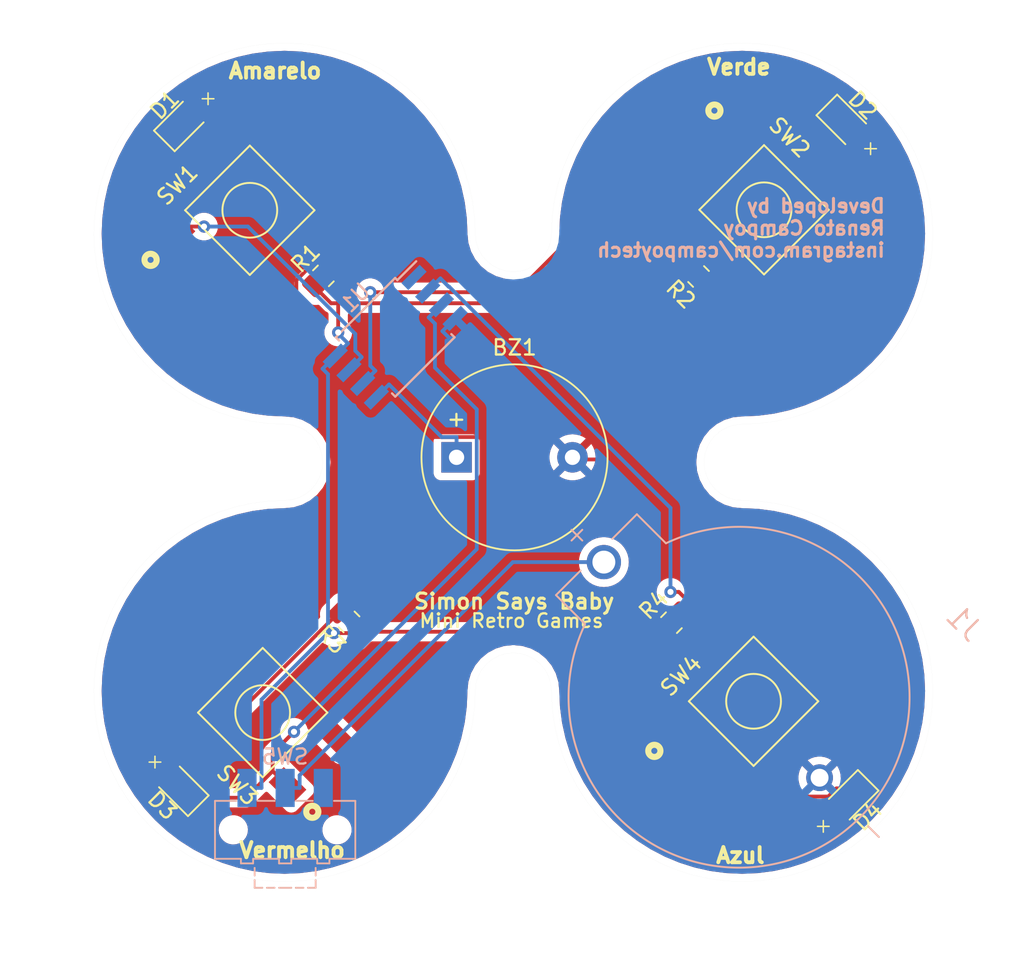
<source format=kicad_pcb>
(kicad_pcb (version 20211014) (generator pcbnew)
  (layers (0 "F.Cu" signal) (31 "B.Cu" signal) (34 "B.Paste" user) (35 "F.Paste" user) (36 "B.SilkS" user "B.Silkscreen") (37 "F.SilkS" user "F.Silkscreen") (38 "B.Mask" user) (39 "F.Mask" user) (44 "Edge.Cuts" user))
  (net 0 "")
  (net 1 "Net-(BZ1-Pad1)")
  (net 2 "GND")
  (net 3 "Net-(D1-Pad1)")
  (net 4 "Net-(D1-Pad2)")
  (net 5 "Net-(U1-Pad6)")
  (net 6 "Net-(D2-Pad2)")
  (net 7 "Net-(U1-Pad3)")
  (net 8 "Net-(D3-Pad2)")
  (net 9 "Net-(U1-Pad2)")
  (net 10 "Net-(D4-Pad2)")
  (net 12 "Net-(R1-Pad1)")
  (net 14 "VCC")
  (footprint "5-1437565-0 (btn smd):SW_5-1437565-0" (layer "F.Cu") (at 185.3184 74.5687 -45)
    (fp_text reference "SW2")
    (fp_text value "SW_Push")
  )
  (footprint "Resistor_SMD:R_0805_2012Metric" (layer "F.Cu") (at 156.4284 78.9026 45)
    (fp_text reference "R1")
    (fp_text value "150")
  )
  (footprint "Buzzer_Beeper:Buzzer_12x9.5RM7.6" (layer "F.Cu") (at 165.1608 90.805)
    (fp_text reference "BZ1")
    (fp_text value "Buzzer")
  )
  (footprint "LED_SMD:LED_0805_2012Metric" (layer "F.Cu") (at 147.0406 112.4712 135)
    (fp_text reference "D3")
    (fp_text value "LED")
  )
  (footprint "5-1437565-0 (btn smd):SW_5-1437565-0" (layer "F.Cu") (at 184.6326 106.807 45)
    (fp_text reference "SW4")
    (fp_text value "SW_Push")
  )
  (footprint "Resistor_SMD:R_0805_2012Metric" (layer "F.Cu") (at 179.2478 101.6508 45)
    (fp_text reference "R4")
    (fp_text value "150")
  )
  (footprint "5-1437565-0 (btn smd):SW_5-1437565-0" (layer "F.Cu") (at 152.4508 107.5493 135)
    (fp_text reference "SW3")
    (fp_text value "SW_Push")
  )
  (footprint "LED_SMD:LED_0805_2012Metric" (layer "F.Cu") (at 190.6245 68.8823 -45)
    (fp_text reference "D2")
    (fp_text value "LED")
  )
  (footprint "5-1437565-0 (btn smd):SW_5-1437565-0" (layer "F.Cu") (at 151.6069 74.5998 45)
    (fp_text reference "SW1")
    (fp_text value "SW_Push")
  )
  (footprint "LED_SMD:LED_0805_2012Metric" (layer "F.Cu") (at 147.193 68.8594 45)
    (fp_text reference "D1")
    (fp_text value "LED")
  )
  (footprint "Resistor_SMD:R_0805_2012Metric" (layer "F.Cu") (at 158.115 101.6 135)
    (fp_text reference "R3")
    (fp_text value "150")
  )
  (footprint "LED_SMD:LED_0805_2012Metric" (layer "F.Cu") (at 190.9572 113.1824 -135)
    (fp_text reference "D4")
    (fp_text value "LED")
  )
  (footprint "Resistor_SMD:R_0805_2012Metric" (layer "F.Cu") (at 181.0258 78.9432 135)
    (fp_text reference "R2")
    (fp_text value "150")
  )
  (footprint "BS-7 (suporte bateria):BAT_BS-7" (layer "B.Cu") (at 181.8894 104.7496 135)
    (fp_text reference "J1")
    (fp_text value "Bateria")
  )
  (footprint "Button_Switch_SMD:SW_SPDT_CK-JS102011SAQN" (layer "B.Cu") (at 153.924 115.2398 180)
    (fp_text reference "SW5")
    (fp_text value "SW_SPDT")
  )
  (footprint "Package_SO:SOIC-8W_5.3x5.3mm_P1.27mm" (layer "B.Cu") (at 161.1376 82.931 -135)
    (fp_text reference "U1")
    (fp_text value "ATtiny85-20S")
  )
  (gr_line (start 166.806601 104.742116) (end 166.806601 104.742116) (layer "Edge.Cuts") (width 0.003779))
  (gr_line (start 195.959598 109.366117) (end 195.631603 110.406118) (layer "Edge.Cuts") (width 0.003779))
  (gr_line (start 195.959598 72.896115) (end 196.195599 73.960116) (layer "Edge.Cuts") (width 0.003779))
  (gr_line (start 143.646601 98.961118) (end 143.646601 98.961118) (layer "Edge.Cuts") (width 0.003779))
  (gr_line (start 142.139601 110.406118) (end 141.811602 109.366117) (layer "Edge.Cuts") (width 0.003779))
  (gr_line (start 152.5016 88.5444) (end 152.5016 88.5444) (layer "Edge.Cuts") (width 0.003779))
  (gr_line (start 195.631603 110.406118) (end 195.631603 110.406118) (layer "Edge.Cuts") (width 0.003779))
  (gr_line (start 143.646601 113.301114) (end 143.646601 113.301114) (layer "Edge.Cuts") (width 0.003779))
  (gr_line (start 141.472317 107.515119) (end 141.472317 107.515119) (layer "Edge.Cuts") (width 0.003779))
  (gr_line (start 145.850601 96.555116) (end 145.850601 96.555116) (layer "Edge.Cuts") (width 0.003779))
  (gr_line (start 169.373602 103.679116) (end 168.885601 103.631116) (layer "Edge.Cuts") (width 0.003779))
  (gr_line (start 165.214601 70.848115) (end 165.214601 70.848115) (layer "Edge.Cuts") (width 0.003779))
  (gr_line (start 196.195599 78.302116) (end 195.959598 79.366117) (layer "Edge.Cuts") (width 0.003779))
  (gr_line (start 191.055599 95.892118) (end 191.920601 96.555116) (layer "Edge.Cuts") (width 0.003779))
  (gr_line (start 176.715603 116.370114) (end 175.850601 115.707116) (layer "Edge.Cuts") (width 0.003779))
  (gr_line (start 152.7966 118.583116) (end 152.7966 118.583116) (layer "Edge.Cuts") (width 0.003779))
  (gr_line (start 196.337601 77.220116) (end 196.195599 78.302116) (layer "Edge.Cuts") (width 0.003779))
  (gr_line (start 165.631601 71.856116) (end 165.631601 71.856116) (layer "Edge.Cuts") (width 0.003779))
  (gr_line (start 170.274601 104.052114) (end 169.842602 103.821115) (layer "Edge.Cuts") (width 0.003779))
  (gr_line (start 143.0606 112.381116) (end 143.0606 112.381116) (layer "Edge.Cuts") (width 0.003779))
  (gr_line (start 167.496601 104.052114) (end 167.496601 104.052114) (layer "Edge.Cuts") (width 0.003779))
  (gr_line (start 196.298885 107.515119) (end 196.298885 107.515119) (layer "Edge.Cuts") (width 0.003779))
  (gr_line (start 196.385601 76.131116) (end 196.337601 77.220116) (layer "Edge.Cuts") (width 0.003779))
  (gr_line (start 141.385601 106.131116) (end 141.385601 106.131116) (layer "Edge.Cuts") (width 0.003779))
  (gr_line (start 172.139601 110.406118) (end 171.811602 109.366117) (layer "Edge.Cuts") (width 0.003779))
  (gr_line (start 188.160603 117.877118) (end 188.160603 117.877118) (layer "Edge.Cuts") (width 0.003779))
  (gr_line (start 151.714601 118.441114) (end 150.6506 118.205113) (layer "Edge.Cuts") (width 0.003779))
  (gr_line (start 187.120602 94.057117) (end 188.160603 94.385116) (layer "Edge.Cuts") (width 0.003779))
  (gr_line (start 171.337601 105.643117) (end 171.337601 105.643117) (layer "Edge.Cuts") (width 0.003779))
  (gr_line (start 194.710602 99.881116) (end 194.710602 99.881116) (layer "Edge.Cuts") (width 0.003779))
  (gr_line (start 177.077602 116.600694) (end 177.077602 116.600694) (layer "Edge.Cuts") (width 0.003779))
  (gr_line (start 152.5016 63.717832) (end 152.5016 63.717832) (layer "Edge.Cuts") (width 0.003779))
  (gr_line (start 181.714603 63.821117) (end 181.714603 63.821117) (layer "Edge.Cuts") (width 0.003779))
  (gr_line (start 181.433601 90.643115) (end 181.385601 91.131116) (layer "Edge.Cuts") (width 0.003779))
  (gr_line (start 186.056599 93.821117) (end 186.056599 93.821117) (layer "Edge.Cuts") (width 0.003779))
  (gr_line (start 144.309601 84.166116) (end 144.309601 84.166116) (layer "Edge.Cuts") (width 0.003779))
  (gr_line (start 182.9286 88.821117) (end 182.496601 89.052116) (layer "Edge.Cuts") (width 0.003779))
  (gr_line (start 157.120602 118.205113) (end 157.120602 118.205113) (layer "Edge.Cuts") (width 0.003779))
  (gr_line (start 167.496601 104.052114) (end 167.117601 104.363118) (layer "Edge.Cuts") (width 0.003779))
  (gr_line (start 167.117601 104.363118) (end 166.806601 104.742116) (layer "Edge.Cuts") (width 0.003779))
  (gr_line (start 191.920601 66.555116) (end 191.920601 66.555116) (layer "Edge.Cuts") (width 0.003779))
  (gr_line (start 182.117603 92.899116) (end 182.117603 92.899116) (layer "Edge.Cuts") (width 0.003779))
  (gr_line (start 172.556602 111.414117) (end 172.556602 111.414117) (layer "Edge.Cuts") (width 0.003779))
  (gr_line (start 141.811602 72.896115) (end 141.811602 72.896115) (layer "Edge.Cuts") (width 0.003779))
  (gr_line (start 162.724602 114.970117) (end 161.920601 115.707116) (layer "Edge.Cuts") (width 0.003779))
  (gr_line (start 147.635601 86.956117) (end 146.715601 86.370116) (layer "Edge.Cuts") (width 0.003779))
  (gr_line (start 146.715601 86.370116) (end 145.850601 85.707116) (layer "Edge.Cuts") (width 0.003779))
  (gr_line (start 164.710602 112.381116) (end 164.124601 113.301114) (layer "Edge.Cuts") (width 0.003779))
  (gr_line (start 148.6026 94.802117) (end 149.610601 94.385116) (layer "Edge.Cuts") (width 0.003779))
  (gr_line (start 187.120602 118.205113) (end 186.056599 118.441114) (layer "Edge.Cuts") (width 0.003779))
  (gr_line (start 145.850601 115.707116) (end 145.850601 115.707116) (layer "Edge.Cuts") (width 0.003779))
  (gr_line (start 157.120602 118.205113) (end 156.056601 118.441114) (layer "Edge.Cuts") (width 0.003779))
  (gr_line (start 171.472317 107.515119) (end 171.433601 107.220117) (layer "Edge.Cuts") (width 0.003779))
  (gr_line (start 191.920601 66.555116) (end 192.724602 67.292115) (layer "Edge.Cuts") (width 0.003779))
  (gr_line (start 152.5016 88.5444) (end 151.714601 88.441115) (layer "Edge.Cuts") (width 0.003779))
  (gr_line (start 158.160601 117.877118) (end 158.160601 117.877118) (layer "Edge.Cuts") (width 0.003779))
  (gr_line (start 149.610601 64.385116) (end 149.610601 64.385116) (layer "Edge.Cuts") (width 0.003779))
  (gr_line (start 190.135601 65.306115) (end 190.135601 65.306115) (layer "Edge.Cuts") (width 0.003779))
  (gr_line (start 141.811602 79.366117) (end 141.575602 78.302116) (layer "Edge.Cuts") (width 0.003779))
  (gr_line (start 182.7966 118.583116) (end 181.714603 118.441114) (layer "Edge.Cuts") (width 0.003779))
  (gr_line (start 190.135601 116.956117) (end 190.135601 116.956117) (layer "Edge.Cuts") (width 0.003779))
  (gr_line (start 181.714603 118.441114) (end 180.6506 118.205113) (layer "Edge.Cuts") (width 0.003779))
  (gr_line (start 165.631601 71.856116) (end 165.9596 72.896115) (layer "Edge.Cuts") (width 0.003779))
  (gr_line (start 146.715601 116.370114) (end 145.850601 115.707116) (layer "Edge.Cuts") (width 0.003779))
  (gr_line (start 166.616039 77.163742) (end 166.806601 77.520116) (layer "Edge.Cuts") (width 0.003779))
  (gr_line (start 151.714601 88.441115) (end 151.714601 88.441115) (layer "Edge.Cuts") (width 0.003779))
  (gr_line (start 162.724602 67.292115) (end 162.724602 67.292115) (layer "Edge.Cuts") (width 0.003779))
  (gr_line (start 144.309601 68.096116) (end 144.309601 68.096116) (layer "Edge.Cuts") (width 0.003779))
  (gr_line (start 161.055601 65.892116) (end 161.055601 65.892116) (layer "Edge.Cuts") (width 0.003779))
  (gr_line (start 163.461601 68.096116) (end 164.124601 68.961116) (layer "Edge.Cuts") (width 0.003779))
  (gr_line (start 156.056601 63.821117) (end 156.056601 63.821117) (layer "Edge.Cuts") (width 0.003779))
  (gr_line (start 192.724602 67.292115) (end 193.461601 68.096116) (layer "Edge.Cuts") (width 0.003779))
  (gr_line (start 192.724602 114.970117) (end 192.724602 114.970117) (layer "Edge.Cuts") (width 0.003779))
  (gr_line (start 150.6506 94.057117) (end 151.714601 93.821117) (layer "Edge.Cuts") (width 0.003779))
  (gr_line (start 171.811602 72.896115) (end 172.139601 71.856116) (layer "Edge.Cuts") (width 0.003779))
  (gr_line (start 146.715601 116.370114) (end 146.715601 116.370114) (layer "Edge.Cuts") (width 0.003779))
  (gr_line (start 165.214601 111.414117) (end 165.214601 111.414117) (layer "Edge.Cuts") (width 0.003779))
  (gr_line (start 177.077602 65.661538) (end 177.635601 65.306115) (layer "Edge.Cuts") (width 0.003779))
  (gr_line (start 147.635601 95.306115) (end 147.635601 95.306115) (layer "Edge.Cuts") (width 0.003779))
  (gr_line (start 175.850601 115.707116) (end 175.850601 115.707116) (layer "Edge.Cuts") (width 0.003779))
  (gr_line (start 173.646603 113.301114) (end 173.0606 112.381116) (layer "Edge.Cuts") (width 0.003779))
  (gr_line (start 152.7966 88.583116) (end 152.5016 88.5444) (layer "Edge.Cuts") (width 0.003779))
  (gr_line (start 143.0606 82.381116) (end 143.0606 82.381116) (layer "Edge.Cuts") (width 0.003779))
  (gr_line (start 151.714601 88.441115) (end 150.6506 88.205115) (layer "Edge.Cuts") (width 0.003779))
  (gr_line (start 195.631603 110.406118) (end 195.214603 111.414117) (layer "Edge.Cuts") (width 0.003779))
  (gr_line (start 193.461601 114.166116) (end 193.461601 114.166116) (layer "Edge.Cuts") (width 0.003779))
  (gr_line (start 182.496601 89.052116) (end 182.496601 89.052116) (layer "Edge.Cuts") (width 0.003779))
  (gr_line (start 151.714601 63.821117) (end 152.5016 63.717832) (layer "Edge.Cuts") (width 0.003779))
  (gr_line (start 152.5016 63.717832) (end 152.7966 63.679116) (layer "Edge.Cuts") (width 0.003779))
  (gr_line (start 156.337601 90.643115) (end 156.195601 90.174115) (layer "Edge.Cuts") (width 0.003779))
  (gr_line (start 194.124599 113.301114) (end 193.461601 114.166116) (layer "Edge.Cuts") (width 0.003779))
  (gr_line (start 158.160601 64.385116) (end 159.168602 64.802116) (layer "Edge.Cuts") (width 0.003779))
  (gr_line (start 146.715601 65.892116) (end 146.715601 65.892116) (layer "Edge.Cuts") (width 0.003779))
  (gr_line (start 143.0606 69.881116) (end 143.646601 68.961116) (layer "Edge.Cuts") (width 0.003779))
  (gr_line (start 182.7966 63.679116) (end 182.7966 63.679116) (layer "Edge.Cuts") (width 0.003779))
  (gr_line (start 161.920601 66.555116) (end 161.920601 66.555116) (layer "Edge.Cuts") (width 0.003779))
  (gr_line (start 171.575602 73.960116) (end 171.811602 72.896115) (layer "Edge.Cuts") (width 0.003779))
  (gr_line (start 171.433601 75.042115) (end 171.472317 74.747115) (layer "Edge.Cuts") (width 0.003779))
  (gr_line (start 166.433601 105.643117) (end 166.385601 106.131116) (layer "Edge.Cuts") (width 0.003779))
  (gr_line (start 161.055601 116.370114) (end 160.6936 116.600694) (layer "Edge.Cuts") (width 0.003779))
  (gr_line (start 147.635601 65.306115) (end 148.6026 64.802116) (layer "Edge.Cuts") (width 0.003779))
  (gr_line (start 196.298885 74.747115) (end 196.337601 75.042115) (layer "Edge.Cuts") (width 0.003779))
  (gr_line (start 150.6506 118.205113) (end 149.610601 117.877118) (layer "Edge.Cuts") (width 0.003779))
  (gr_line (start 154.974601 63.679116) (end 154.974601 63.679116) (layer "Edge.Cuts") (width 0.003779))
  (gr_line (start 177.635601 65.306115) (end 177.635601 65.306115) (layer "Edge.Cuts") (width 0.003779))
  (gr_line (start 161.920601 66.555116) (end 162.724602 67.292115) (layer "Edge.Cuts") (width 0.003779))
  (gr_line (start 185.269604 118.5444) (end 185.269604 118.5444) (layer "Edge.Cuts") (width 0.003779))
  (gr_line (start 153.885601 63.631116) (end 154.974601 63.679116) (layer "Edge.Cuts") (width 0.003779))
  (gr_line (start 156.337601 90.643115) (end 156.337601 90.643115) (layer "Edge.Cuts") (width 0.003779))
  (gr_line (start 182.117603 92.899116) (end 182.496601 93.210116) (layer "Edge.Cuts") (width 0.003779))
  (gr_line (start 149.610601 117.877118) (end 148.6026 117.460118) (layer "Edge.Cuts") (width 0.003779))
  (gr_line (start 196.337601 105.042115) (end 196.385601 106.131116) (layer "Edge.Cuts") (width 0.003779))
  (gr_line (start 182.496601 93.210116) (end 182.496601 93.210116) (layer "Edge.Cuts") (width 0.003779))
  (gr_line (start 196.337601 107.220117) (end 196.337601 107.220117) (layer "Edge.Cuts") (width 0.003779))
  (gr_line (start 162.724602 67.292115) (end 163.461601 68.096116) (layer "Edge.Cuts") (width 0.003779))
  (gr_line (start 189.168602 117.460118) (end 189.168602 117.460118) (layer "Edge.Cuts") (width 0.003779))
  (gr_line (start 166.433601 76.619116) (end 166.575602 77.088116) (layer "Edge.Cuts") (width 0.003779))
  (gr_line (start 143.416023 82.939115) (end 143.416023 82.939115) (layer "Edge.Cuts") (width 0.003779))
  (gr_line (start 168.3976 103.679116) (end 168.3976 103.679116) (layer "Edge.Cuts") (width 0.003779))
  (gr_line (start 165.631601 110.406118) (end 165.631601 110.406118) (layer "Edge.Cuts") (width 0.003779))
  (gr_line (start 183.885601 93.631116) (end 183.885601 93.631116) (layer "Edge.Cuts") (width 0.003779))
  (gr_line (start 146.715601 95.892118) (end 146.715601 95.892118) (layer "Edge.Cuts") (width 0.003779))
  (gr_line (start 196.298885 107.515119) (end 196.195599 108.302114) (layer "Edge.Cuts") (width 0.003779))
  (gr_line (start 169.842602 103.821115) (end 169.373602 103.679116) (layer "Edge.Cuts") (width 0.003779))
  (gr_line (start 187.120602 94.057117) (end 187.120602 94.057117) (layer "Edge.Cuts") (width 0.003779))
  (gr_line (start 149.610601 87.877116) (end 149.610601 87.877116) (layer "Edge.Cuts") (width 0.003779))
  (gr_line (start 191.920601 96.555116) (end 192.724602 97.292115) (layer "Edge.Cuts") (width 0.003779))
  (gr_line (start 174.309601 114.166116) (end 174.309601 114.166116) (layer "Edge.Cuts") (width 0.003779))
  (gr_line (start 181.433601 91.619117) (end 181.433601 91.619117) (layer "Edge.Cuts") (width 0.003779))
  (gr_line (start 141.433601 105.042115) (end 141.433601 105.042115) (layer "Edge.Cuts") (width 0.003779))
  (gr_line (start 182.9286 93.441115) (end 183.397602 93.583116) (layer "Edge.Cuts") (width 0.003779))
  (gr_line (start 181.5756 90.174115) (end 181.5756 90.174115) (layer "Edge.Cuts") (width 0.003779))
  (gr_line (start 194.355179 99.323117) (end 194.710602 99.881116) (layer "Edge.Cuts") (width 0.003779))
  (gr_line (start 195.631603 71.856116) (end 195.959598 72.896115) (layer "Edge.Cuts") (width 0.003779))
  (gr_line (start 183.885601 63.631116) (end 184.974602 63.679116) (layer "Edge.Cuts") (width 0.003779))
  (gr_line (start 194.124599 98.961118) (end 194.355179 99.323117) (layer "Edge.Cuts") (width 0.003779))
  (gr_line (start 141.472317 74.747115) (end 141.472317 74.747115) (layer "Edge.Cuts") (width 0.003779))
  (gr_line (start 195.214603 81.414117) (end 195.214603 81.414117) (layer "Edge.Cuts") (width 0.003779))
  (gr_line (start 193.461601 98.096116) (end 194.124599 98.961118) (layer "Edge.Cuts") (width 0.003779))
  (gr_line (start 142.556601 81.414117) (end 142.139601 80.406116) (layer "Edge.Cuts") (width 0.003779))
  (gr_line (start 186.056599 118.441114) (end 186.056599 118.441114) (layer "Edge.Cuts") (width 0.003779))
  (gr_line (start 183.885601 118.631116) (end 183.885601 118.631116) (layer "Edge.Cuts") (width 0.003779))
  (gr_line (start 181.806599 92.520116) (end 181.806599 92.520116) (layer "Edge.Cuts") (width 0.003779))
  (gr_line (start 175.0466 114.970117) (end 174.309601 114.166116) (layer "Edge.Cuts") (width 0.003779))
  (gr_line (start 162.724602 114.970117) (end 162.724602 114.970117) (layer "Edge.Cuts") (width 0.003779))
  (gr_line (start 177.077602 65.661538) (end 177.077602 65.661538) (layer "Edge.Cuts") (width 0.003779))
  (gr_line (start 190.135601 95.306115) (end 191.055599 95.892118) (layer "Edge.Cuts") (width 0.003779))
  (gr_line (start 183.885601 63.631116) (end 183.885601 63.631116) (layer "Edge.Cuts") (width 0.003779))
  (gr_line (start 172.139601 71.856116) (end 172.556602 70.848115) (layer "Edge.Cuts") (width 0.003779))
  (gr_line (start 194.124599 68.961116) (end 194.710602 69.881116) (layer "Edge.Cuts") (width 0.003779))
  (gr_line (start 142.139601 80.406116) (end 142.139601 80.406116) (layer "Edge.Cuts") (width 0.003779))
  (gr_line (start 141.433601 107.220117) (end 141.385601 106.131116) (layer "Edge.Cuts") (width 0.003779))
  (gr_line (start 196.195599 73.960116) (end 196.298885 74.747115) (layer "Edge.Cuts") (width 0.003779))
  (gr_line (start 178.6026 64.802116) (end 178.6026 64.802116) (layer "Edge.Cuts") (width 0.003779))
  (gr_line (start 146.715601 86.370116) (end 146.715601 86.370116) (layer "Edge.Cuts") (width 0.003779))
  (gr_line (start 143.0606 99.881116) (end 143.416023 99.323117) (layer "Edge.Cuts") (width 0.003779))
  (gr_line (start 167.9286 78.441116) (end 168.3976 78.583116) (layer "Edge.Cuts") (width 0.003779))
  (gr_line (start 147.635601 95.306115) (end 148.6026 94.802117) (layer "Edge.Cuts") (width 0.003779))
  (gr_line (start 142.556601 111.414117) (end 142.139601 110.406118) (layer "Edge.Cuts") (width 0.003779))
  (gr_line (start 184.974602 63.679116) (end 184.974602 63.679116) (layer "Edge.Cuts") (width 0.003779))
  (gr_line (start 143.0606 82.381116) (end 142.556601 81.414117) (layer "Edge.Cuts") (width 0.003779))
  (gr_line (start 171.1956 77.088116) (end 171.1956 77.088116) (layer "Edge.Cuts") (width 0.003779))
  (gr_line (start 173.646603 68.961116) (end 174.309601 68.096116) (layer "Edge.Cuts") (width 0.003779))
  (gr_line (start 141.811602 109.366117) (end 141.575602 108.302114) (layer "Edge.Cuts") (width 0.003779))
  (gr_line (start 187.120602 88.205115) (end 187.120602 88.205115) (layer "Edge.Cuts") (width 0.003779))
  (gr_line (start 167.117601 104.363118) (end 167.117601 104.363118) (layer "Edge.Cuts") (width 0.003779))
  (gr_line (start 147.635601 65.306115) (end 147.635601 65.306115) (layer "Edge.Cuts") (width 0.003779))
  (gr_line (start 181.714603 63.821117) (end 182.7966 63.679116) (layer "Edge.Cuts") (width 0.003779))
  (gr_line (start 195.959598 79.366117) (end 195.631603 80.406116) (layer "Edge.Cuts") (width 0.003779))
  (gr_line (start 191.920601 96.555116) (end 191.920601 96.555116) (layer "Edge.Cuts") (width 0.003779))
  (gr_line (start 187.120602 88.205115) (end 186.056599 88.441115) (layer "Edge.Cuts") (width 0.003779))
  (gr_line (start 193.461601 84.166116) (end 192.724602 84.970117) (layer "Edge.Cuts") (width 0.003779))
  (gr_line (start 161.055601 65.892116) (end 161.920601 66.555116) (layer "Edge.Cuts") (width 0.003779))
  (gr_line (start 174.309601 68.096116) (end 175.0466 67.292115) (layer "Edge.Cuts") (width 0.003779))
  (gr_line (start 170.964601 104.742116) (end 170.964601 104.742116) (layer "Edge.Cuts") (width 0.003779))
  (gr_line (start 170.964601 77.520116) (end 170.964601 77.520116) (layer "Edge.Cuts") (width 0.003779))
  (gr_line (start 182.9286 93.441115) (end 182.9286 93.441115) (layer "Edge.Cuts") (width 0.003779))
  (gr_line (start 143.646601 68.961116) (end 143.646601 68.961116) (layer "Edge.Cuts") (width 0.003779))
  (gr_line (start 141.385601 76.131116) (end 141.433601 75.042115) (layer "Edge.Cuts") (width 0.003779))
  (gr_line (start 196.337601 107.220117) (end 196.298885 107.515119) (layer "Edge.Cuts") (width 0.003779))
  (gr_line (start 189.168602 94.802117) (end 189.168602 94.802117) (layer "Edge.Cuts") (width 0.003779))
  (gr_line (start 186.056599 118.441114) (end 185.269604 118.5444) (layer "Edge.Cuts") (width 0.003779))
  (gr_line (start 141.433601 75.042115) (end 141.433601 75.042115) (layer "Edge.Cuts") (width 0.003779))
  (gr_line (start 145.850601 96.555116) (end 146.715601 95.892118) (layer "Edge.Cuts") (width 0.003779))
  (gr_line (start 195.959598 102.896115) (end 195.959598 102.896115) (layer "Edge.Cuts") (width 0.003779))
  (gr_line (start 177.077602 116.600694) (end 176.715603 116.370114) (layer "Edge.Cuts") (width 0.003779))
  (gr_line (start 194.710602 69.881116) (end 195.214603 70.848115) (layer "Edge.Cuts") (width 0.003779))
  (gr_line (start 166.1956 73.960116) (end 166.298885 74.747115) (layer "Edge.Cuts") (width 0.003779))
  (gr_line (start 160.135601 65.306115) (end 160.6936 65.661538) (layer "Edge.Cuts") (width 0.003779))
  (gr_line (start 186.056599 63.821117) (end 187.120602 64.057117) (layer "Edge.Cuts") (width 0.003779))
  (gr_line (start 156.195601 90.174115) (end 155.964601 89.742116) (layer "Edge.Cuts") (width 0.003779))
  (gr_line (start 192.724602 84.970117) (end 191.920601 85.707116) (layer "Edge.Cuts") (width 0.003779))
  (gr_line (start 150.6506 88.205115) (end 149.610601 87.877116) (layer "Edge.Cuts") (width 0.003779))
  (gr_line (start 166.616039 77.163742) (end 166.616039 77.163742) (layer "Edge.Cuts") (width 0.003779))
  (gr_line (start 195.214603 70.848115) (end 195.631603 71.856116) (layer "Edge.Cuts") (width 0.003779))
  (gr_line (start 172.556602 111.414117) (end 172.139601 110.406118) (layer "Edge.Cuts") (width 0.003779))
  (gr_line (start 141.575602 78.302116) (end 141.433601 77.220116) (layer "Edge.Cuts") (width 0.003779))
  (gr_line (start 152.7966 88.583116) (end 152.7966 88.583116) (layer "Edge.Cuts") (width 0.003779))
  (gr_line (start 191.920601 115.707116) (end 191.055599 116.370114) (layer "Edge.Cuts") (width 0.003779))
  (gr_line (start 195.214603 100.848115) (end 195.214603 100.848115) (layer "Edge.Cuts") (width 0.003779))
  (gr_line (start 195.959598 102.896115) (end 196.195599 103.960118) (layer "Edge.Cuts") (width 0.003779))
  (gr_line (start 168.885601 78.631116) (end 168.885601 78.631116) (layer "Edge.Cuts") (width 0.003779))
  (gr_line (start 154.373601 88.679116) (end 153.885601 88.631116) (layer "Edge.Cuts") (width 0.003779))
  (gr_line (start 196.195599 78.302116) (end 196.195599 78.302116) (layer "Edge.Cuts") (width 0.003779))
  (gr_line (start 147.635601 116.956117) (end 147.635601 116.956117) (layer "Edge.Cuts") (width 0.003779))
  (gr_line (start 182.117603 89.363116) (end 181.806599 89.742116) (layer "Edge.Cuts") (width 0.003779))
  (gr_line (start 152.7966 118.583116) (end 152.5016 118.5444) (layer "Edge.Cuts") (width 0.003779))
  (gr_line (start 175.850601 66.555116) (end 175.850601 66.555116) (layer "Edge.Cuts") (width 0.003779))
  (gr_line (start 171.575602 73.960116) (end 171.575602 73.960116) (layer "Edge.Cuts") (width 0.003779))
  (gr_line (start 156.195601 90.174115) (end 156.195601 90.174115) (layer "Edge.Cuts") (width 0.003779))
  (gr_line (start 195.959598 72.896115) (end 195.959598 72.896115) (layer "Edge.Cuts") (width 0.003779))
  (gr_line (start 188.160603 94.385116) (end 189.168602 94.802117) (layer "Edge.Cuts") (width 0.003779))
  (gr_line (start 148.6026 64.802116) (end 148.6026 64.802116) (layer "Edge.Cuts") (width 0.003779))
  (gr_line (start 141.575602 73.960116) (end 141.811602 72.896115) (layer "Edge.Cuts") (width 0.003779))
  (gr_line (start 191.920601 85.707116) (end 191.920601 85.707116) (layer "Edge.Cuts") (width 0.003779))
  (gr_line (start 181.806599 89.742116) (end 181.5756 90.174115) (layer "Edge.Cuts") (width 0.003779))
  (gr_line (start 179.610599 64.385116) (end 180.6506 64.057117) (layer "Edge.Cuts") (width 0.003779))
  (gr_line (start 178.6026 64.802116) (end 179.610599 64.385116) (layer "Edge.Cuts") (width 0.003779))
  (gr_line (start 154.373601 93.583116) (end 154.842601 93.441115) (layer "Edge.Cuts") (width 0.003779))
  (gr_line (start 188.160603 64.385116) (end 189.168602 64.802116) (layer "Edge.Cuts") (width 0.003779))
  (gr_line (start 166.1956 108.302114) (end 166.1956 108.302114) (layer "Edge.Cuts") (width 0.003779))
  (gr_line (start 155.964601 92.520116) (end 156.195601 92.088117) (layer "Edge.Cuts") (width 0.003779))
  (gr_line (start 184.974602 88.583116) (end 183.885601 88.631116) (layer "Edge.Cuts") (width 0.003779))
  (gr_line (start 149.610601 117.877118) (end 149.610601 117.877118) (layer "Edge.Cuts") (width 0.003779))
  (gr_line (start 148.6026 64.802116) (end 149.610601 64.385116) (layer "Edge.Cuts") (width 0.003779))
  (gr_line (start 145.0466 114.970117) (end 145.0466 114.970117) (layer "Edge.Cuts") (width 0.003779))
  (gr_line (start 155.964601 89.742116) (end 155.964601 89.742116) (layer "Edge.Cuts") (width 0.003779))
  (gr_line (start 156.385601 91.131116) (end 156.385601 91.131116) (layer "Edge.Cuts") (width 0.003779))
  (gr_line (start 154.974601 63.679116) (end 156.056601 63.821117) (layer "Edge.Cuts") (width 0.003779))
  (gr_line (start 196.195599 73.960116) (end 196.195599 73.960116) (layer "Edge.Cuts") (width 0.003779))
  (gr_line (start 186.056599 88.441115) (end 185.269604 88.5444) (layer "Edge.Cuts") (width 0.003779))
  (gr_line (start 180.6506 118.205113) (end 179.610599 117.877118) (layer "Edge.Cuts") (width 0.003779))
  (gr_line (start 175.0466 114.970117) (end 175.0466 114.970117) (layer "Edge.Cuts") (width 0.003779))
  (gr_line (start 191.055599 116.370114) (end 191.055599 116.370114) (layer "Edge.Cuts") (width 0.003779))
  (gr_line (start 196.337601 105.042115) (end 196.337601 105.042115) (layer "Edge.Cuts") (width 0.003779))
  (gr_line (start 141.811602 102.896115) (end 142.139601 101.856114) (layer "Edge.Cuts") (width 0.003779))
  (gr_line (start 145.0466 84.970117) (end 144.309601 84.166116) (layer "Edge.Cuts") (width 0.003779))
  (gr_line (start 195.214603 100.848115) (end 195.631603 101.856114) (layer "Edge.Cuts") (width 0.003779))
  (gr_line (start 171.575602 108.302114) (end 171.472317 107.515119) (layer "Edge.Cuts") (width 0.003779))
  (gr_line (start 141.811602 72.896115) (end 142.139601 71.856116) (layer "Edge.Cuts") (width 0.003779))
  (gr_line (start 153.885601 88.631116) (end 153.885601 88.631116) (layer "Edge.Cuts") (width 0.003779))
  (gr_line (start 184.974602 118.583116) (end 183.885601 118.631116) (layer "Edge.Cuts") (width 0.003779))
  (gr_line (start 183.397602 88.679116) (end 182.9286 88.821117) (layer "Edge.Cuts") (width 0.003779))
  (gr_line (start 145.850601 66.555116) (end 145.850601 66.555116) (layer "Edge.Cuts") (width 0.003779))
  (gr_line (start 172.139601 110.406118) (end 172.139601 110.406118) (layer "Edge.Cuts") (width 0.003779))
  (gr_line (start 171.1956 77.088116) (end 171.337601 76.619116) (layer "Edge.Cuts") (width 0.003779))
  (gr_line (start 143.0606 99.881116) (end 143.0606 99.881116) (layer "Edge.Cuts") (width 0.003779))
  (gr_line (start 194.124599 83.301116) (end 194.124599 83.301116) (layer "Edge.Cuts") (width 0.003779))
  (gr_line (start 148.6026 117.460118) (end 147.635601 116.956117) (layer "Edge.Cuts") (width 0.003779))
  (gr_line (start 170.274601 78.210116) (end 170.653601 77.899116) (layer "Edge.Cuts") (width 0.003779))
  (gr_line (start 167.117601 77.899116) (end 167.496601 78.210116) (layer "Edge.Cuts") (width 0.003779))
  (gr_line (start 184.974602 93.679116) (end 185.269604 93.717832) (layer "Edge.Cuts") (width 0.003779))
  (gr_line (start 185.269604 118.5444) (end 184.974602 118.583116) (layer "Edge.Cuts") (width 0.003779))
  (gr_line (start 146.715601 95.892118) (end 147.635601 95.306115) (layer "Edge.Cuts") (width 0.003779))
  (gr_line (start 192.724602 97.292115) (end 193.461601 98.096116) (layer "Edge.Cuts") (width 0.003779))
  (gr_line (start 190.135601 65.306115) (end 191.055599 65.892116) (layer "Edge.Cuts") (width 0.003779))
  (gr_line (start 150.6506 64.057117) (end 151.714601 63.821117) (layer "Edge.Cuts") (width 0.003779))
  (gr_line (start 169.373602 78.583116) (end 169.842602 78.441116) (layer "Edge.Cuts") (width 0.003779))
  (gr_line (start 195.631603 101.856114) (end 195.631603 101.856114) (layer "Edge.Cuts") (width 0.003779))
  (gr_line (start 145.850601 85.707116) (end 145.0466 84.970117) (layer "Edge.Cuts") (width 0.003779))
  (gr_line (start 155.964601 89.742116) (end 155.653601 89.363116) (layer "Edge.Cuts") (width 0.003779))
  (gr_line (start 168.885601 103.631116) (end 168.3976 103.679116) (layer "Edge.Cuts") (width 0.003779))
  (gr_line (start 141.575602 108.302114) (end 141.472317 107.515119) (layer "Edge.Cuts") (width 0.003779))
  (gr_line (start 147.635601 116.956117) (end 146.715601 116.370114) (layer "Edge.Cuts") (width 0.003779))
  (gr_line (start 152.7966 63.679116) (end 153.885601 63.631116) (layer "Edge.Cuts") (width 0.003779))
  (gr_line (start 166.337601 107.220117) (end 166.298885 107.515119) (layer "Edge.Cuts") (width 0.003779))
  (gr_line (start 171.472317 107.515119) (end 171.472317 107.515119) (layer "Edge.Cuts") (width 0.003779))
  (gr_line (start 154.373601 88.679116) (end 154.373601 88.679116) (layer "Edge.Cuts") (width 0.003779))
  (gr_line (start 180.6506 64.057117) (end 181.714603 63.821117) (layer "Edge.Cuts") (width 0.003779))
  (gr_line (start 155.653601 89.363116) (end 155.653601 89.363116) (layer "Edge.Cuts") (width 0.003779))
  (gr_line (start 186.056599 63.821117) (end 186.056599 63.821117) (layer "Edge.Cuts") (width 0.003779))
  (gr_line (start 180.6506 118.205113) (end 180.6506 118.205113) (layer "Edge.Cuts") (width 0.003779))
  (gr_line (start 171.472317 74.747115) (end 171.472317 74.747115) (layer "Edge.Cuts") (width 0.003779))
  (gr_line (start 167.9286 103.821115) (end 167.9286 103.821115) (layer "Edge.Cuts") (width 0.003779))
  (gr_line (start 148.6026 117.460118) (end 148.6026 117.460118) (layer "Edge.Cuts") (width 0.003779))
  (gr_line (start 166.575602 77.088116) (end 166.575602 77.088116) (layer "Edge.Cuts") (width 0.003779))
  (gr_line (start 165.9596 72.896115) (end 165.9596 72.896115) (layer "Edge.Cuts") (width 0.003779))
  (gr_line (start 188.160603 87.877116) (end 188.160603 87.877116) (layer "Edge.Cuts") (width 0.003779))
  (gr_line (start 142.139601 110.406118) (end 142.139601 110.406118) (layer "Edge.Cuts") (width 0.003779))
  (gr_line (start 145.0466 84.970117) (end 145.0466 84.970117) (layer "Edge.Cuts") (width 0.003779))
  (gr_line (start 191.055599 116.370114) (end 190.135601 116.956117) (layer "Edge.Cuts") (width 0.003779))
  (gr_line (start 170.274601 78.210116) (end 170.274601 78.210116) (layer "Edge.Cuts") (width 0.003779))
  (gr_line (start 149.610601 64.385116) (end 150.6506 64.057117) (layer "Edge.Cuts") (width 0.003779))
  (gr_line (start 164.710602 69.881116) (end 165.214601 70.848115) (layer "Edge.Cuts") (width 0.003779))
  (gr_line (start 154.373601 93.583116) (end 154.373601 93.583116) (layer "Edge.Cuts") (width 0.003779))
  (gr_line (start 144.309601 98.096116) (end 144.309601 98.096116) (layer "Edge.Cuts") (width 0.003779))
  (gr_line (start 148.6026 94.802117) (end 148.6026 94.802117) (layer "Edge.Cuts") (width 0.003779))
  (gr_line (start 145.850601 115.707116) (end 145.0466 114.970117) (layer "Edge.Cuts") (width 0.003779))
  (gr_line (start 163.461601 68.096116) (end 163.461601 68.096116) (layer "Edge.Cuts") (width 0.003779))
  (gr_line (start 183.397602 93.583116) (end 183.397602 93.583116) (layer "Edge.Cuts") (width 0.003779))
  (gr_line (start 150.6506 118.205113) (end 150.6506 118.205113) (layer "Edge.Cuts") (width 0.003779))
  (gr_line (start 166.385601 76.131116) (end 166.385601 76.131116) (layer "Edge.Cuts") (width 0.003779))
  (gr_line (start 181.5756 92.088117) (end 181.5756 92.088117) (layer "Edge.Cuts") (width 0.003779))
  (gr_line (start 178.6026 117.460118) (end 177.635601 116.956117) (layer "Edge.Cuts") (width 0.003779))
  (gr_line (start 173.646603 68.961116) (end 173.646603 68.961116) (layer "Edge.Cuts") (width 0.003779))
  (gr_line (start 166.337601 75.042115) (end 166.385601 76.131116) (layer "Edge.Cuts") (width 0.003779))
  (gr_line (start 166.806601 104.742116) (end 166.616039 105.098489) (layer "Edge.Cuts") (width 0.003779))
  (gr_line (start 154.842601 93.441115) (end 155.274601 93.210116) (layer "Edge.Cuts") (width 0.003779))
  (gr_line (start 189.168602 94.802117) (end 190.135601 95.306115) (layer "Edge.Cuts") (width 0.003779))
  (gr_line (start 161.920601 115.707116) (end 161.055601 116.370114) (layer "Edge.Cuts") (width 0.003779))
  (gr_line (start 171.1956 105.174115) (end 171.1956 105.174115) (layer "Edge.Cuts") (width 0.003779))
  (gr_line (start 141.433601 75.042115) (end 141.472317 74.747115) (layer "Edge.Cuts") (width 0.003779))
  (gr_line (start 150.6506 88.205115) (end 150.6506 88.205115) (layer "Edge.Cuts") (width 0.003779))
  (gr_line (start 163.461601 114.166116) (end 163.461601 114.166116) (layer "Edge.Cuts") (width 0.003779))
  (gr_line (start 141.811602 79.366117) (end 141.811602 79.366117) (layer "Edge.Cuts") (width 0.003779))
  (gr_line (start 164.710602 112.381116) (end 164.710602 112.381116) (layer "Edge.Cuts") (width 0.003779))
  (gr_line (start 151.714601 93.821117) (end 152.5016 93.717832) (layer "Edge.Cuts") (width 0.003779))
  (gr_line (start 149.610601 94.385116) (end 149.610601 94.385116) (layer "Edge.Cuts") (width 0.003779))
  (gr_line (start 188.160603 64.385116) (end 188.160603 64.385116) (layer "Edge.Cuts") (width 0.003779))
  (gr_line (start 171.811602 109.366117) (end 171.575602 108.302114) (layer "Edge.Cuts") (width 0.003779))
  (gr_line (start 168.3976 78.583116) (end 168.885601 78.631116) (layer "Edge.Cuts") (width 0.003779))
  (gr_line (start 183.397602 93.583116) (end 183.885601 93.631116) (layer "Edge.Cuts") (width 0.003779))
  (gr_line (start 196.195599 73.960116) (end 196.195599 73.960116) (layer "Edge.Cuts") (width 0.003779))
  (gr_line (start 145.850601 66.555116) (end 146.715601 65.892116) (layer "Edge.Cuts") (width 0.003779))
  (gr_line (start 166.337601 75.042115) (end 166.337601 75.042115) (layer "Edge.Cuts") (width 0.003779))
  (gr_line (start 191.055599 95.892118) (end 191.055599 95.892118) (layer "Edge.Cuts") (width 0.003779))
  (gr_line (start 190.135601 86.956117) (end 189.168602 87.460116) (layer "Edge.Cuts") (width 0.003779))
  (gr_line (start 156.056601 63.821117) (end 157.120602 64.057117) (layer "Edge.Cuts") (width 0.003779))
  (gr_line (start 152.5016 118.5444) (end 152.5016 118.5444) (layer "Edge.Cuts") (width 0.003779))
  (gr_line (start 183.885601 88.631116) (end 183.885601 88.631116) (layer "Edge.Cuts") (width 0.003779))
  (gr_line (start 155.653601 92.899116) (end 155.653601 92.899116) (layer "Edge.Cuts") (width 0.003779))
  (gr_line (start 184.974602 118.583116) (end 184.974602 118.583116) (layer "Edge.Cuts") (width 0.003779))
  (gr_line (start 152.7966 63.679116) (end 152.7966 63.679116) (layer "Edge.Cuts") (width 0.003779))
  (gr_line (start 190.135601 86.956117) (end 190.135601 86.956117) (layer "Edge.Cuts") (width 0.003779))
  (gr_line (start 166.298885 107.515119) (end 166.298885 107.515119) (layer "Edge.Cuts") (width 0.003779))
  (gr_line (start 159.168602 117.460118) (end 158.160601 117.877118) (layer "Edge.Cuts") (width 0.003779))
  (gr_line (start 166.298885 107.515119) (end 166.1956 108.302114) (layer "Edge.Cuts") (width 0.003779))
  (gr_line (start 153.885601 88.631116) (end 152.7966 88.583116) (layer "Edge.Cuts") (width 0.003779))
  (gr_line (start 145.850601 85.707116) (end 145.850601 85.707116) (layer "Edge.Cuts") (width 0.003779))
  (gr_line (start 166.433601 76.619116) (end 166.433601 76.619116) (layer "Edge.Cuts") (width 0.003779))
  (gr_line (start 172.556602 70.848115) (end 173.0606 69.881116) (layer "Edge.Cuts") (width 0.003779))
  (gr_line (start 143.646601 113.301114) (end 143.0606 112.381116) (layer "Edge.Cuts") (width 0.003779))
  (gr_line (start 155.964601 92.520116) (end 155.964601 92.520116) (layer "Edge.Cuts") (width 0.003779))
  (gr_line (start 194.355179 82.939115) (end 194.355179 82.939115) (layer "Edge.Cuts") (width 0.003779))
  (gr_line (start 152.5016 118.5444) (end 151.714601 118.441114) (layer "Edge.Cuts") (width 0.003779))
  (gr_line (start 173.0606 112.381116) (end 172.556602 111.414117) (layer "Edge.Cuts") (width 0.003779))
  (gr_line (start 164.124601 68.961116) (end 164.124601 68.961116) (layer "Edge.Cuts") (width 0.003779))
  (gr_line (start 191.920601 85.707116) (end 191.055599 86.370116) (layer "Edge.Cuts") (width 0.003779))
  (gr_line (start 171.337601 76.619116) (end 171.337601 76.619116) (layer "Edge.Cuts") (width 0.003779))
  (gr_line (start 152.5016 93.717832) (end 152.7966 93.679116) (layer "Edge.Cuts") (width 0.003779))
  (gr_line (start 182.496601 89.052116) (end 182.117603 89.363116) (layer "Edge.Cuts") (width 0.003779))
  (gr_line (start 171.155163 77.163742) (end 171.1956 77.088116) (layer "Edge.Cuts") (width 0.003779))
  (gr_line (start 195.214603 111.414117) (end 194.710602 112.381116) (layer "Edge.Cuts") (width 0.003779))
  (gr_line (start 194.355179 82.939115) (end 194.124599 83.301116) (layer "Edge.Cuts") (width 0.003779))
  (gr_line (start 189.168602 64.802116) (end 189.168602 64.802116) (layer "Edge.Cuts") (width 0.003779))
  (gr_line (start 181.5756 92.088117) (end 181.806599 92.520116) (layer "Edge.Cuts") (width 0.003779))
  (gr_line (start 167.9286 103.821115) (end 167.496601 104.052114) (layer "Edge.Cuts") (width 0.003779))
  (gr_line (start 195.214603 111.414117) (end 195.214603 111.414117) (layer "Edge.Cuts") (width 0.003779))
  (gr_line (start 171.433601 75.042115) (end 171.433601 75.042115) (layer "Edge.Cuts") (width 0.003779))
  (gr_line (start 189.168602 87.460116) (end 188.160603 87.877116) (layer "Edge.Cuts") (width 0.003779))
  (gr_line (start 155.653601 89.363116) (end 155.274601 89.052116) (layer "Edge.Cuts") (width 0.003779))
  (gr_line (start 167.496601 78.210116) (end 167.9286 78.441116) (layer "Edge.Cuts") (width 0.003779))
  (gr_line (start 168.3976 103.679116) (end 167.9286 103.821115) (layer "Edge.Cuts") (width 0.003779))
  (gr_line (start 196.337601 75.042115) (end 196.337601 75.042115) (layer "Edge.Cuts") (width 0.003779))
  (gr_line (start 141.575602 78.302116) (end 141.575602 78.302116) (layer "Edge.Cuts") (width 0.003779))
  (gr_line (start 171.155163 77.163742) (end 171.155163 77.163742) (layer "Edge.Cuts") (width 0.003779))
  (gr_line (start 153.885601 118.631116) (end 152.7966 118.583116) (layer "Edge.Cuts") (width 0.003779))
  (gr_line (start 156.337601 91.619117) (end 156.385601 91.131116) (layer "Edge.Cuts") (width 0.003779))
  (gr_line (start 169.842602 103.821115) (end 169.842602 103.821115) (layer "Edge.Cuts") (width 0.003779))
  (gr_line (start 142.556601 100.848115) (end 142.556601 100.848115) (layer "Edge.Cuts") (width 0.003779))
  (gr_line (start 153.885601 118.631116) (end 153.885601 118.631116) (layer "Edge.Cuts") (width 0.003779))
  (gr_line (start 164.124601 68.961116) (end 164.710602 69.881116) (layer "Edge.Cuts") (width 0.003779))
  (gr_line (start 190.135601 116.956117) (end 189.168602 117.460118) (layer "Edge.Cuts") (width 0.003779))
  (gr_line (start 186.056599 93.821117) (end 187.120602 94.057117) (layer "Edge.Cuts") (width 0.003779))
  (gr_line (start 141.433601 105.042115) (end 141.575602 103.960118) (layer "Edge.Cuts") (width 0.003779))
  (gr_line (start 141.385601 76.131116) (end 141.385601 76.131116) (layer "Edge.Cuts") (width 0.003779))
  (gr_line (start 157.120602 64.057117) (end 157.120602 64.057117) (layer "Edge.Cuts") (width 0.003779))
  (gr_line (start 188.160603 94.385116) (end 188.160603 94.385116) (layer "Edge.Cuts") (width 0.003779))
  (gr_line (start 156.385601 91.131116) (end 156.337601 90.643115) (layer "Edge.Cuts") (width 0.003779))
  (gr_line (start 148.6026 87.460116) (end 147.635601 86.956117) (layer "Edge.Cuts") (width 0.003779))
  (gr_line (start 155.653601 92.899116) (end 155.964601 92.520116) (layer "Edge.Cuts") (width 0.003779))
  (gr_line (start 195.631603 80.406116) (end 195.631603 80.406116) (layer "Edge.Cuts") (width 0.003779))
  (gr_line (start 166.385601 76.131116) (end 166.433601 76.619116) (layer "Edge.Cuts") (width 0.003779))
  (gr_line (start 170.653601 77.899116) (end 170.964601 77.520116) (layer "Edge.Cuts") (width 0.003779))
  (gr_line (start 153.885601 93.631116) (end 154.373601 93.583116) (layer "Edge.Cuts") (width 0.003779))
  (gr_line (start 141.575602 103.960118) (end 141.575602 103.960118) (layer "Edge.Cuts") (width 0.003779))
  (gr_line (start 181.385601 91.131116) (end 181.433601 91.619117) (layer "Edge.Cuts") (width 0.003779))
  (gr_line (start 170.653601 104.363118) (end 170.274601 104.052114) (layer "Edge.Cuts") (width 0.003779))
  (gr_line (start 171.811602 109.366117) (end 171.811602 109.366117) (layer "Edge.Cuts") (width 0.003779))
  (gr_line (start 143.416023 82.939115) (end 143.0606 82.381116) (layer "Edge.Cuts") (width 0.003779))
  (gr_line (start 153.885601 63.631116) (end 153.885601 63.631116) (layer "Edge.Cuts") (width 0.003779))
  (gr_line (start 169.373602 103.679116) (end 169.373602 103.679116) (layer "Edge.Cuts") (width 0.003779))
  (gr_line (start 194.124599 83.301116) (end 193.461601 84.166116) (layer "Edge.Cuts") (width 0.003779))
  (gr_line (start 144.309601 98.096116) (end 145.0466 97.292115) (layer "Edge.Cuts") (width 0.003779))
  (gr_line (start 194.124599 68.961116) (end 194.124599 68.961116) (layer "Edge.Cuts") (width 0.003779))
  (gr_line (start 194.355179 99.323117) (end 194.355179 99.323117) (layer "Edge.Cuts") (width 0.003779))
  (gr_line (start 156.056601 118.441114) (end 156.056601 118.441114) (layer "Edge.Cuts") (width 0.003779))
  (gr_line (start 171.385601 76.131116) (end 171.385601 76.131116) (layer "Edge.Cuts") (width 0.003779))
  (gr_line (start 171.337601 105.643117) (end 171.1956 105.174115) (layer "Edge.Cuts") (width 0.003779))
  (gr_line (start 173.0606 69.881116) (end 173.646603 68.961116) (layer "Edge.Cuts") (width 0.003779))
  (gr_line (start 189.168602 117.460118) (end 188.160603 117.877118) (layer "Edge.Cuts") (width 0.003779))
  (gr_line (start 195.214603 81.414117) (end 194.710602 82.381116) (layer "Edge.Cuts") (width 0.003779))
  (gr_line (start 167.117601 77.899116) (end 167.117601 77.899116) (layer "Edge.Cuts") (width 0.003779))
  (gr_line (start 141.472317 74.747115) (end 141.575602 73.960116) (layer "Edge.Cuts") (width 0.003779))
  (gr_line (start 142.139601 71.856116) (end 142.139601 71.856116) (layer "Edge.Cuts") (width 0.003779))
  (gr_line (start 194.710602 99.881116) (end 195.214603 100.848115) (layer "Edge.Cuts") (width 0.003779))
  (gr_line (start 166.1956 73.960116) (end 166.1956 73.960116) (layer "Edge.Cuts") (width 0.003779))
  (gr_line (start 195.959598 109.366117) (end 195.959598 109.366117) (layer "Edge.Cuts") (width 0.003779))
  (gr_line (start 175.850601 115.707116) (end 175.0466 114.970117) (layer "Edge.Cuts") (width 0.003779))
  (gr_line (start 188.160603 87.877116) (end 187.120602 88.205115) (layer "Edge.Cuts") (width 0.003779))
  (gr_line (start 142.139601 71.856116) (end 142.556601 70.848115) (layer "Edge.Cuts") (width 0.003779))
  (gr_line (start 159.168602 64.802116) (end 159.168602 64.802116) (layer "Edge.Cuts") (width 0.003779))
  (gr_line (start 168.885601 103.631116) (end 168.885601 103.631116) (layer "Edge.Cuts") (width 0.003779))
  (gr_line (start 195.631603 80.406116) (end 195.214603 81.414117) (layer "Edge.Cuts") (width 0.003779))
  (gr_line (start 173.646603 113.301114) (end 173.646603 113.301114) (layer "Edge.Cuts") (width 0.003779))
  (gr_line (start 171.337601 76.619116) (end 171.385601 76.131116) (layer "Edge.Cuts") (width 0.003779))
  (gr_line (start 145.0466 97.292115) (end 145.0466 97.292115) (layer "Edge.Cuts") (width 0.003779))
  (gr_line (start 150.6506 94.057117) (end 150.6506 94.057117) (layer "Edge.Cuts") (width 0.003779))
  (gr_line (start 169.842602 78.441116) (end 169.842602 78.441116) (layer "Edge.Cuts") (width 0.003779))
  (gr_line (start 170.653601 104.363118) (end 170.653601 104.363118) (layer "Edge.Cuts") (width 0.003779))
  (gr_line (start 152.7966 93.679116) (end 153.885601 93.631116) (layer "Edge.Cuts") (width 0.003779))
  (gr_line (start 143.646601 83.301116) (end 143.646601 83.301116) (layer "Edge.Cuts") (width 0.003779))
  (gr_line (start 167.9286 78.441116) (end 167.9286 78.441116) (layer "Edge.Cuts") (width 0.003779))
  (gr_line (start 155.274601 93.210116) (end 155.653601 92.899116) (layer "Edge.Cuts") (width 0.003779))
  (gr_line (start 142.139601 101.856114) (end 142.139601 101.856114) (layer "Edge.Cuts") (width 0.003779))
  (gr_line (start 168.3976 78.583116) (end 168.3976 78.583116) (layer "Edge.Cuts") (width 0.003779))
  (gr_line (start 191.920601 115.707116) (end 191.920601 115.707116) (layer "Edge.Cuts") (width 0.003779))
  (gr_line (start 148.6026 87.460116) (end 148.6026 87.460116) (layer "Edge.Cuts") (width 0.003779))
  (gr_line (start 145.0466 67.292115) (end 145.0466 67.292115) (layer "Edge.Cuts") (width 0.003779))
  (gr_line (start 185.269604 63.717832) (end 185.269604 63.717832) (layer "Edge.Cuts") (width 0.003779))
  (gr_line (start 160.135601 116.956117) (end 160.135601 116.956117) (layer "Edge.Cuts") (width 0.003779))
  (gr_line (start 149.610601 94.385116) (end 150.6506 94.057117) (layer "Edge.Cuts") (width 0.003779))
  (gr_line (start 165.9596 109.366117) (end 165.9596 109.366117) (layer "Edge.Cuts") (width 0.003779))
  (gr_line (start 182.7966 118.583116) (end 182.7966 118.583116) (layer "Edge.Cuts") (width 0.003779))
  (gr_line (start 144.309601 68.096116) (end 145.0466 67.292115) (layer "Edge.Cuts") (width 0.003779))
  (gr_line (start 170.964601 77.520116) (end 171.155163 77.163742) (layer "Edge.Cuts") (width 0.003779))
  (gr_line (start 157.120602 64.057117) (end 158.160601 64.385116) (layer "Edge.Cuts") (width 0.003779))
  (gr_line (start 174.309601 68.096116) (end 174.309601 68.096116) (layer "Edge.Cuts") (width 0.003779))
  (gr_line (start 154.842601 88.821117) (end 154.842601 88.821117) (layer "Edge.Cuts") (width 0.003779))
  (gr_line (start 166.433601 105.643117) (end 166.433601 105.643117) (layer "Edge.Cuts") (width 0.003779))
  (gr_line (start 154.918227 88.861554) (end 154.918227 88.861554) (layer "Edge.Cuts") (width 0.003779))
  (gr_line (start 193.461601 68.096116) (end 193.461601 68.096116) (layer "Edge.Cuts") (width 0.003779))
  (gr_line (start 143.416023 99.323117) (end 143.416023 99.323117) (layer "Edge.Cuts") (width 0.003779))
  (gr_line (start 166.337601 107.220117) (end 166.337601 107.220117) (layer "Edge.Cuts") (width 0.003779))
  (gr_line (start 166.575602 105.174115) (end 166.433601 105.643117) (layer "Edge.Cuts") (width 0.003779))
  (gr_line (start 141.433601 77.220116) (end 141.433601 77.220116) (layer "Edge.Cuts") (width 0.003779))
  (gr_line (start 174.309601 114.166116) (end 173.646603 113.301114) (layer "Edge.Cuts") (width 0.003779))
  (gr_line (start 183.397602 88.679116) (end 183.397602 88.679116) (layer "Edge.Cuts") (width 0.003779))
  (gr_line (start 164.710602 69.881116) (end 164.710602 69.881116) (layer "Edge.Cuts") (width 0.003779))
  (gr_line (start 177.635601 116.956117) (end 177.635601 116.956117) (layer "Edge.Cuts") (width 0.003779))
  (gr_line (start 155.274601 89.052116) (end 155.274601 89.052116) (layer "Edge.Cuts") (width 0.003779))
  (gr_line (start 160.135601 65.306115) (end 160.135601 65.306115) (layer "Edge.Cuts") (width 0.003779))
  (gr_line (start 194.124599 98.961118) (end 194.124599 98.961118) (layer "Edge.Cuts") (width 0.003779))
  (gr_line (start 191.055599 86.370116) (end 190.135601 86.956117) (layer "Edge.Cuts") (width 0.003779))
  (gr_line (start 190.135601 95.306115) (end 190.135601 95.306115) (layer "Edge.Cuts") (width 0.003779))
  (gr_line (start 143.646601 68.961116) (end 144.309601 68.096116) (layer "Edge.Cuts") (width 0.003779))
  (gr_line (start 154.974601 118.583116) (end 154.974601 118.583116) (layer "Edge.Cuts") (width 0.003779))
  (gr_line (start 153.885601 93.631116) (end 153.885601 93.631116) (layer "Edge.Cuts") (width 0.003779))
  (gr_line (start 141.811602 109.366117) (end 141.811602 109.366117) (layer "Edge.Cuts") (width 0.003779))
  (gr_line (start 191.055599 65.892116) (end 191.920601 66.555116) (layer "Edge.Cuts") (width 0.003779))
  (gr_line (start 194.710602 112.381116) (end 194.124599 113.301114) (layer "Edge.Cuts") (width 0.003779))
  (gr_line (start 142.556601 100.848115) (end 143.0606 99.881116) (layer "Edge.Cuts") (width 0.003779))
  (gr_line (start 181.714603 118.441114) (end 181.714603 118.441114) (layer "Edge.Cuts") (width 0.003779))
  (gr_line (start 196.385601 76.131116) (end 196.385601 76.131116) (layer "Edge.Cuts") (width 0.003779))
  (gr_line (start 194.124599 113.301114) (end 194.124599 113.301114) (layer "Edge.Cuts") (width 0.003779))
  (gr_line (start 158.160601 64.385116) (end 158.160601 64.385116) (layer "Edge.Cuts") (width 0.003779))
  (gr_line (start 170.964601 104.742116) (end 170.653601 104.363118) (layer "Edge.Cuts") (width 0.003779))
  (gr_line (start 193.461601 98.096116) (end 193.461601 98.096116) (layer "Edge.Cuts") (width 0.003779))
  (gr_line (start 171.472317 74.747115) (end 171.575602 73.960116) (layer "Edge.Cuts") (width 0.003779))
  (gr_line (start 166.298885 74.747115) (end 166.337601 75.042115) (layer "Edge.Cuts") (width 0.003779))
  (gr_line (start 192.724602 84.970117) (end 192.724602 84.970117) (layer "Edge.Cuts") (width 0.003779))
  (gr_line (start 189.168602 87.460116) (end 189.168602 87.460116) (layer "Edge.Cuts") (width 0.003779))
  (gr_line (start 156.056601 118.441114) (end 154.974601 118.583116) (layer "Edge.Cuts") (width 0.003779))
  (gr_line (start 195.631603 101.856114) (end 195.959598 102.896115) (layer "Edge.Cuts") (width 0.003779))
  (gr_line (start 168.885601 78.631116) (end 169.373602 78.583116) (layer "Edge.Cuts") (width 0.003779))
  (gr_line (start 144.309601 114.166116) (end 143.646601 113.301114) (layer "Edge.Cuts") (width 0.003779))
  (gr_line (start 141.472317 107.515119) (end 141.433601 107.220117) (layer "Edge.Cuts") (width 0.003779))
  (gr_line (start 182.7966 63.679116) (end 183.885601 63.631116) (layer "Edge.Cuts") (width 0.003779))
  (gr_line (start 141.433601 107.220117) (end 141.433601 107.220117) (layer "Edge.Cuts") (width 0.003779))
  (gr_line (start 194.710602 82.381116) (end 194.710602 82.381116) (layer "Edge.Cuts") (width 0.003779))
  (gr_line (start 156.337601 91.619117) (end 156.337601 91.619117) (layer "Edge.Cuts") (width 0.003779))
  (gr_line (start 196.298885 74.747115) (end 196.298885 74.747115) (layer "Edge.Cuts") (width 0.003779))
  (gr_line (start 192.724602 114.970117) (end 191.920601 115.707116) (layer "Edge.Cuts") (width 0.003779))
  (gr_line (start 194.710602 69.881116) (end 194.710602 69.881116) (layer "Edge.Cuts") (width 0.003779))
  (gr_line (start 172.139601 71.856116) (end 172.139601 71.856116) (layer "Edge.Cuts") (width 0.003779))
  (gr_line (start 177.635601 65.306115) (end 178.6026 64.802116) (layer "Edge.Cuts") (width 0.003779))
  (gr_line (start 181.385601 91.131116) (end 181.385601 91.131116) (layer "Edge.Cuts") (width 0.003779))
  (gr_line (start 152.5016 93.717832) (end 152.5016 93.717832) (layer "Edge.Cuts") (width 0.003779))
  (gr_line (start 142.139601 80.406116) (end 141.811602 79.366117) (layer "Edge.Cuts") (width 0.003779))
  (gr_line (start 141.811602 102.896115) (end 141.811602 102.896115) (layer "Edge.Cuts") (width 0.003779))
  (gr_line (start 184.974602 63.679116) (end 185.269604 63.717832) (layer "Edge.Cuts") (width 0.003779))
  (gr_line (start 185.269604 63.717832) (end 186.056599 63.821117) (layer "Edge.Cuts") (width 0.003779))
  (gr_line (start 142.556601 70.848115) (end 142.556601 70.848115) (layer "Edge.Cuts") (width 0.003779))
  (gr_line (start 196.195599 108.302114) (end 195.959598 109.366117) (layer "Edge.Cuts") (width 0.003779))
  (gr_line (start 187.120602 118.205113) (end 187.120602 118.205113) (layer "Edge.Cuts") (width 0.003779))
  (gr_line (start 159.168602 64.802116) (end 160.135601 65.306115) (layer "Edge.Cuts") (width 0.003779))
  (gr_line (start 143.646601 98.961118) (end 144.309601 98.096116) (layer "Edge.Cuts") (width 0.003779))
  (gr_line (start 182.9286 88.821117) (end 182.9286 88.821117) (layer "Edge.Cuts") (width 0.003779))
  (gr_line (start 155.274601 93.210116) (end 155.274601 93.210116) (layer "Edge.Cuts") (width 0.003779))
  (gr_line (start 151.714601 93.821117) (end 151.714601 93.821117) (layer "Edge.Cuts") (width 0.003779))
  (gr_line (start 193.461601 114.166116) (end 192.724602 114.970117) (layer "Edge.Cuts") (width 0.003779))
  (gr_line (start 175.0466 67.292115) (end 175.0466 67.292115) (layer "Edge.Cuts") (width 0.003779))
  (gr_line (start 182.852974 93.400678) (end 182.9286 93.441115) (layer "Edge.Cuts") (width 0.003779))
  (gr_line (start 181.433601 90.643115) (end 181.433601 90.643115) (layer "Edge.Cuts") (width 0.003779))
  (gr_line (start 166.1956 108.302114) (end 165.9596 109.366117) (layer "Edge.Cuts") (width 0.003779))
  (gr_line (start 143.416023 99.323117) (end 143.646601 98.961118) (layer "Edge.Cuts") (width 0.003779))
  (gr_line (start 166.616039 105.098489) (end 166.616039 105.098489) (layer "Edge.Cuts") (width 0.003779))
  (gr_line (start 196.195599 103.960118) (end 196.337601 105.042115) (layer "Edge.Cuts") (width 0.003779))
  (gr_line (start 191.055599 86.370116) (end 191.055599 86.370116) (layer "Edge.Cuts") (width 0.003779))
  (gr_line (start 193.461601 84.166116) (end 193.461601 84.166116) (layer "Edge.Cuts") (width 0.003779))
  (gr_line (start 176.715603 116.370114) (end 176.715603 116.370114) (layer "Edge.Cuts") (width 0.003779))
  (gr_line (start 165.9596 72.896115) (end 166.1956 73.960116) (layer "Edge.Cuts") (width 0.003779))
  (gr_line (start 160.6936 116.600694) (end 160.6936 116.600694) (layer "Edge.Cuts") (width 0.003779))
  (gr_line (start 156.195601 92.088117) (end 156.337601 91.619117) (layer "Edge.Cuts") (width 0.003779))
  (gr_line (start 195.214603 70.848115) (end 195.214603 70.848115) (layer "Edge.Cuts") (width 0.003779))
  (gr_line (start 166.385601 106.131116) (end 166.385601 106.131116) (layer "Edge.Cuts") (width 0.003779))
  (gr_line (start 196.195599 103.960118) (end 196.195599 103.960118) (layer "Edge.Cuts") (width 0.003779))
  (gr_line (start 183.885601 93.631116) (end 184.974602 93.679116) (layer "Edge.Cuts") (width 0.003779))
  (gr_line (start 166.806601 77.520116) (end 166.806601 77.520116) (layer "Edge.Cuts") (width 0.003779))
  (gr_line (start 143.0606 112.381116) (end 142.556601 111.414117) (layer "Edge.Cuts") (width 0.003779))
  (gr_line (start 171.385601 106.131116) (end 171.337601 105.643117) (layer "Edge.Cuts") (width 0.003779))
  (gr_line (start 165.9596 109.366117) (end 165.631601 110.406118) (layer "Edge.Cuts") (width 0.003779))
  (gr_line (start 164.124601 113.301114) (end 164.124601 113.301114) (layer "Edge.Cuts") (width 0.003779))
  (gr_line (start 192.724602 97.292115) (end 192.724602 97.292115) (layer "Edge.Cuts") (width 0.003779))
  (gr_line (start 171.385601 106.131116) (end 171.385601 106.131116) (layer "Edge.Cuts") (width 0.003779))
  (gr_line (start 146.715601 65.892116) (end 147.635601 65.306115) (layer "Edge.Cuts") (width 0.003779))
  (gr_line (start 160.6936 65.661538) (end 160.6936 65.661538) (layer "Edge.Cuts") (width 0.003779))
  (gr_line (start 155.274601 89.052116) (end 154.918227 88.861554) (layer "Edge.Cuts") (width 0.003779))
  (gr_line (start 194.710602 112.381116) (end 194.710602 112.381116) (layer "Edge.Cuts") (width 0.003779))
  (gr_line (start 165.631601 110.406118) (end 165.214601 111.414117) (layer "Edge.Cuts") (width 0.003779))
  (gr_line (start 142.556601 111.414117) (end 142.556601 111.414117) (layer "Edge.Cuts") (width 0.003779))
  (gr_line (start 178.6026 117.460118) (end 178.6026 117.460118) (layer "Edge.Cuts") (width 0.003779))
  (gr_line (start 160.135601 116.956117) (end 159.168602 117.460118) (layer "Edge.Cuts") (width 0.003779))
  (gr_line (start 183.885601 88.631116) (end 183.397602 88.679116) (layer "Edge.Cuts") (width 0.003779))
  (gr_line (start 166.806601 77.520116) (end 167.117601 77.899116) (layer "Edge.Cuts") (width 0.003779))
  (gr_line (start 171.433601 107.220117) (end 171.433601 107.220117) (layer "Edge.Cuts") (width 0.003779))
  (gr_line (start 182.852974 93.400678) (end 182.852974 93.400678) (layer "Edge.Cuts") (width 0.003779))
  (gr_line (start 188.160603 117.877118) (end 187.120602 118.205113) (layer "Edge.Cuts") (width 0.003779))
  (gr_line (start 171.575602 108.302114) (end 171.575602 108.302114) (layer "Edge.Cuts") (width 0.003779))
  (gr_line (start 161.055601 116.370114) (end 161.055601 116.370114) (layer "Edge.Cuts") (width 0.003779))
  (gr_line (start 179.610599 117.877118) (end 178.6026 117.460118) (layer "Edge.Cuts") (width 0.003779))
  (gr_line (start 158.160601 117.877118) (end 157.120602 118.205113) (layer "Edge.Cuts") (width 0.003779))
  (gr_line (start 171.811602 72.896115) (end 171.811602 72.896115) (layer "Edge.Cuts") (width 0.003779))
  (gr_line (start 179.610599 64.385116) (end 179.610599 64.385116) (layer "Edge.Cuts") (width 0.003779))
  (gr_line (start 145.0466 67.292115) (end 145.850601 66.555116) (layer "Edge.Cuts") (width 0.003779))
  (gr_line (start 169.842602 78.441116) (end 170.274601 78.210116) (layer "Edge.Cuts") (width 0.003779))
  (gr_line (start 166.575602 77.088116) (end 166.616039 77.163742) (layer "Edge.Cuts") (width 0.003779))
  (gr_line (start 150.6506 64.057117) (end 150.6506 64.057117) (layer "Edge.Cuts") (width 0.003779))
  (gr_line (start 181.5756 90.174115) (end 181.433601 90.643115) (layer "Edge.Cuts") (width 0.003779))
  (gr_line (start 142.556601 70.848115) (end 143.0606 69.881116) (layer "Edge.Cuts") (width 0.003779))
  (gr_line (start 173.0606 112.381116) (end 173.0606 112.381116) (layer "Edge.Cuts") (width 0.003779))
  (gr_line (start 143.0606 69.881116) (end 143.0606 69.881116) (layer "Edge.Cuts") (width 0.003779))
  (gr_line (start 154.974601 118.583116) (end 153.885601 118.631116) (layer "Edge.Cuts") (width 0.003779))
  (gr_line (start 154.842601 88.821117) (end 154.373601 88.679116) (layer "Edge.Cuts") (width 0.003779))
  (gr_line (start 163.461601 114.166116) (end 162.724602 114.970117) (layer "Edge.Cuts") (width 0.003779))
  (gr_line (start 154.918227 88.861554) (end 154.842601 88.821117) (layer "Edge.Cuts") (width 0.003779))
  (gr_line (start 165.214601 70.848115) (end 165.631601 71.856116) (layer "Edge.Cuts") (width 0.003779))
  (gr_line (start 165.214601 111.414117) (end 164.710602 112.381116) (layer "Edge.Cuts") (width 0.003779))
  (gr_line (start 196.195599 108.302114) (end 196.195599 108.302114) (layer "Edge.Cuts") (width 0.003779))
  (gr_line (start 195.959598 79.366117) (end 195.959598 79.366117) (layer "Edge.Cuts") (width 0.003779))
  (gr_line (start 179.610599 117.877118) (end 179.610599 117.877118) (layer "Edge.Cuts") (width 0.003779))
  (gr_line (start 177.635601 116.956117) (end 177.077602 116.600694) (layer "Edge.Cuts") (width 0.003779))
  (gr_line (start 195.631603 71.856116) (end 195.631603 71.856116) (layer "Edge.Cuts") (width 0.003779))
  (gr_line (start 196.385601 106.131116) (end 196.337601 107.220117) (layer "Edge.Cuts") (width 0.003779))
  (gr_line (start 147.635601 86.956117) (end 147.635601 86.956117) (layer "Edge.Cuts") (width 0.003779))
  (gr_line (start 171.385601 76.131116) (end 171.433601 75.042115) (layer "Edge.Cuts") (width 0.003779))
  (gr_line (start 185.269604 88.5444) (end 185.269604 88.5444) (layer "Edge.Cuts") (width 0.003779))
  (gr_line (start 144.309601 114.166116) (end 144.309601 114.166116) (layer "Edge.Cuts") (width 0.003779))
  (gr_line (start 167.496601 78.210116) (end 167.496601 78.210116) (layer "Edge.Cuts") (width 0.003779))
  (gr_line (start 196.337601 77.220116) (end 196.337601 77.220116) (layer "Edge.Cuts") (width 0.003779))
  (gr_line (start 173.0606 69.881116) (end 173.0606 69.881116) (layer "Edge.Cuts") (width 0.003779))
  (gr_line (start 152.7966 93.679116) (end 152.7966 93.679116) (layer "Edge.Cuts") (width 0.003779))
  (gr_line (start 183.885601 118.631116) (end 182.7966 118.583116) (layer "Edge.Cuts") (width 0.003779))
  (gr_line (start 145.0466 97.292115) (end 145.850601 96.555116) (layer "Edge.Cuts") (width 0.003779))
  (gr_line (start 185.269604 93.717832) (end 185.269604 93.717832) (layer "Edge.Cuts") (width 0.003779))
  (gr_line (start 171.433601 107.220117) (end 171.385601 106.131116) (layer "Edge.Cuts") (width 0.003779))
  (gr_line (start 170.653601 77.899116) (end 170.653601 77.899116) (layer "Edge.Cuts") (width 0.003779))
  (gr_line (start 186.056599 88.441115) (end 186.056599 88.441115) (layer "Edge.Cuts") (width 0.003779))
  (gr_line (start 181.806599 92.520116) (end 182.117603 92.899116) (layer "Edge.Cuts") (width 0.003779))
  (gr_line (start 145.0466 114.970117) (end 144.309601 114.166116) (layer "Edge.Cuts") (width 0.003779))
  (gr_line (start 189.168602 64.802116) (end 190.135601 65.306115) (layer "Edge.Cuts") (width 0.003779))
  (gr_line (start 151.714601 118.441114) (end 151.714601 118.441114) (layer "Edge.Cuts") (width 0.003779))
  (gr_line (start 175.0466 67.292115) (end 175.850601 66.555116) (layer "Edge.Cuts") (width 0.003779))
  (gr_line (start 154.842601 93.441115) (end 154.842601 93.441115) (layer "Edge.Cuts") (width 0.003779))
  (gr_line (start 185.269604 93.717832) (end 186.056599 93.821117) (layer "Edge.Cuts") (width 0.003779))
  (gr_line (start 172.556602 70.848115) (end 172.556602 70.848115) (layer "Edge.Cuts") (width 0.003779))
  (gr_line (start 184.974602 88.583116) (end 184.974602 88.583116) (layer "Edge.Cuts") (width 0.003779))
  (gr_line (start 185.269604 88.5444) (end 184.974602 88.583116) (layer "Edge.Cuts") (width 0.003779))
  (gr_line (start 176.715603 65.892116) (end 177.077602 65.661538) (layer "Edge.Cuts") (width 0.003779))
  (gr_line (start 159.168602 117.460118) (end 159.168602 117.460118) (layer "Edge.Cuts") (width 0.003779))
  (gr_line (start 143.646601 83.301116) (end 143.416023 82.939115) (layer "Edge.Cuts") (width 0.003779))
  (gr_line (start 191.055599 65.892116) (end 191.055599 65.892116) (layer "Edge.Cuts") (width 0.003779))
  (gr_line (start 170.274601 104.052114) (end 170.274601 104.052114) (layer "Edge.Cuts") (width 0.003779))
  (gr_line (start 160.6936 116.600694) (end 160.135601 116.956117) (layer "Edge.Cuts") (width 0.003779))
  (gr_line (start 141.575602 108.302114) (end 141.575602 108.302114) (layer "Edge.Cuts") (width 0.003779))
  (gr_line (start 169.373602 78.583116) (end 169.373602 78.583116) (layer "Edge.Cuts") (width 0.003779))
  (gr_line (start 181.433601 91.619117) (end 181.5756 92.088117) (layer "Edge.Cuts") (width 0.003779))
  (gr_line (start 142.556601 81.414117) (end 142.556601 81.414117) (layer "Edge.Cuts") (width 0.003779))
  (gr_line (start 181.806599 89.742116) (end 181.806599 89.742116) (layer "Edge.Cuts") (width 0.003779))
  (gr_line (start 144.309601 84.166116) (end 143.646601 83.301116) (layer "Edge.Cuts") (width 0.003779))
  (gr_line (start 180.6506 64.057117) (end 180.6506 64.057117) (layer "Edge.Cuts") (width 0.003779))
  (gr_line (start 166.616039 105.098489) (end 166.575602 105.174115) (layer "Edge.Cuts") (width 0.003779))
  (gr_line (start 166.385601 106.131116) (end 166.337601 107.220117) (layer "Edge.Cuts") (width 0.003779))
  (gr_line (start 164.124601 113.301114) (end 163.461601 114.166116) (layer "Edge.Cuts") (width 0.003779))
  (gr_line (start 141.433601 77.220116) (end 141.385601 76.131116) (layer "Edge.Cuts") (width 0.003779))
  (gr_line (start 166.575602 105.174115) (end 166.575602 105.174115) (layer "Edge.Cuts") (width 0.003779))
  (gr_line (start 156.195601 92.088117) (end 156.195601 92.088117) (layer "Edge.Cuts") (width 0.003779))
  (gr_line (start 161.920601 115.707116) (end 161.920601 115.707116) (layer "Edge.Cuts") (width 0.003779))
  (gr_line (start 192.724602 67.292115) (end 192.724602 67.292115) (layer "Edge.Cuts") (width 0.003779))
  (gr_line (start 141.575602 73.960116) (end 141.575602 73.960116) (layer "Edge.Cuts") (width 0.003779))
  (gr_line (start 151.714601 63.821117) (end 151.714601 63.821117) (layer "Edge.Cuts") (width 0.003779))
  (gr_line (start 142.139601 101.856114) (end 142.556601 100.848115) (layer "Edge.Cuts") (width 0.003779))
  (gr_line (start 196.385601 106.131116) (end 196.385601 106.131116) (layer "Edge.Cuts") (width 0.003779))
  (gr_line (start 193.461601 68.096116) (end 194.124599 68.961116) (layer "Edge.Cuts") (width 0.003779))
  (gr_line (start 182.496601 93.210116) (end 182.852974 93.400678) (layer "Edge.Cuts") (width 0.003779))
  (gr_line (start 171.1956 105.174115) (end 170.964601 104.742116) (layer "Edge.Cuts") (width 0.003779))
  (gr_line (start 166.298885 74.747115) (end 166.298885 74.747115) (layer "Edge.Cuts") (width 0.003779))
  (gr_line (start 160.6936 65.661538) (end 161.055601 65.892116) (layer "Edge.Cuts") (width 0.003779))
  (gr_line (start 194.710602 82.381116) (end 194.355179 82.939115) (layer "Edge.Cuts") (width 0.003779))
  (gr_line (start 184.974602 93.679116) (end 184.974602 93.679116) (layer "Edge.Cuts") (width 0.003779))
  (gr_line (start 176.715603 65.892116) (end 176.715603 65.892116) (layer "Edge.Cuts") (width 0.003779))
  (gr_line (start 141.385601 106.131116) (end 141.433601 105.042115) (layer "Edge.Cuts") (width 0.003779))
  (gr_line (start 187.120602 64.057117) (end 188.160603 64.385116) (layer "Edge.Cuts") (width 0.003779))
  (gr_line (start 187.120602 64.057117) (end 187.120602 64.057117) (layer "Edge.Cuts") (width 0.003779))
  (gr_line (start 196.337601 75.042115) (end 196.385601 76.131116) (layer "Edge.Cuts") (width 0.003779))
  (gr_line (start 149.610601 87.877116) (end 148.6026 87.460116) (layer "Edge.Cuts") (width 0.003779))
  (gr_line (start 182.117603 89.363116) (end 182.117603 89.363116) (layer "Edge.Cuts") (width 0.003779))
  (gr_line (start 141.575602 103.960118) (end 141.811602 102.896115) (layer "Edge.Cuts") (width 0.003779))
  (gr_line (start 175.850601 66.555116) (end 176.715603 65.892116) (layer "Edge.Cuts") (width 0.003779))
  (gr_text "Developed by\nRenato Campoy \ninstagram.com/campoytech" (at 193.3448 75.7682) (layer "B.SilkS") (effects (font (size 0.9 0.9) (thickness 0.2)) (justify left mirror)))
  (gr_text "Verde" (at 183.6674 65.2018) (layer "F.SilkS") (effects (font (size 1 1) (thickness 0.25))))
  (gr_text "+" (at 145.3896 110.7186) (layer "F.SilkS") (effects (font (size 1 1) (thickness 0.1))))
  (gr_text "Mini Retro Games" (at 168.7576 101.5238) (layer "F.SilkS") (effects (font (size 0.9 0.9))))
  (gr_text "+" (at 192.3034 70.485) (layer "F.SilkS") (effects (font (size 1 1) (thickness 0.1))))
  (gr_text "Amarelo" (at 153.2636 65.4558) (layer "F.SilkS") (effects (font (size 1 1) (thickness 0.25))))
  (gr_text "+" (at 189.2046 114.935) (layer "F.SilkS") (effects (font (size 1 1) (thickness 0.1))))
  (gr_text "Simon Says Baby" (at 168.9354 100.2538) (layer "F.SilkS") (effects (font (size 1 1) (thickness 0.2))))
  (gr_text "Vermelho" (at 154.3812 116.586) (layer "F.SilkS") (effects (font (size 1 1) (thickness 0.25))))
  (gr_text "Azul" (at 183.769 116.9162) (layer "F.SilkS") (effects (font (size 1 1) (thickness 0.25))))
  (gr_text "+" (at 148.8694 67.2084) (layer "F.SilkS") (effects (font (size 1 1) (thickness 0.1))))
  (segment (start 165.1608 90.805) (end 165.1608 89.4797) (width 0.25) (layer "B.Cu") (net 1))
  (segment (start 164.1865 89.4797) (end 165.1608 89.4797) (width 0.25) (layer "B.Cu") (net 1))
  (segment (start 160.7348 86.0279) (end 164.1865 89.4797) (width 0.25) (layer "B.Cu") (net 1))
  (segment (start 159.9037 86.859) (end 160.7348 86.0279) (width 0.25) (layer "B.Cu") (net 1))
  (segment (start 184.760346 102.443938) (end 177.447308 95.1309) (width 0.25) (layer "F.Cu") (net 2))
  (segment (start 154.6565 79.1902) (end 155.3929 78.4538) (width 0.25) (layer "F.Cu") (net 2))
  (segment (start 154.6565 82.1765) (end 154.6565 79.1902) (width 0.25) (layer "F.Cu") (net 2))
  (segment (start 161.9538 94.637) (end 157.7086 98.8822) (width 0.25) (layer "F.Cu") (net 2))
  (segment (start 161.9538 89.4738) (end 154.6565 82.1765) (width 0.25) (layer "F.Cu") (net 2))
  (segment (start 177.447308 95.1309) (end 177.4461 95.1309) (width 0.25) (layer "F.Cu") (net 2))
  (segment (start 158.1827 76.686) (end 156.415226 74.918526) (width 0.25) (layer "F.Cu") (net 2))
  (segment (start 177.4461 91.0353) (end 177.4461 95.1309) (width 0.25) (layer "F.Cu") (net 2))
  (segment (start 158.1827 78.6228) (end 158.1827 76.686) (width 0.25) (layer "F.Cu") (net 2))
  (segment (start 155.3929 78.4538) (end 155.9796 78.4538) (width 0.25) (layer "F.Cu") (net 2))
  (segment (start 188.9605 111.8207) (end 184.404 107.2642) (width 0.25) (layer "F.Cu") (net 2))
  (segment (start 186.944746 79.377026) (end 186.944746 81.536654) (width 0.25) (layer "F.Cu") (net 2))
  (segment (start 157.7086 98.8822) (end 154.683228 98.8822) (width 0.25) (layer "F.Cu") (net 2))
  (segment (start 186.944746 81.536654) (end 177.4461 91.0353) (width 0.25) (layer "F.Cu") (net 2))
  (segment (start 172.9003 90.9445) (end 172.7608 90.805) (width 0.25) (layer "F.Cu") (net 2))
  (segment (start 171.4296 89.4738) (end 172.7608 90.805) (width 0.25) (layer "F.Cu") (net 2))
  (segment (start 184.760346 105.180654) (end 189.440926 105.180654) (width 0.25) (layer "F.Cu") (net 2))
  (segment (start 154.683228 98.8822) (end 150.824454 102.740974) (width 0.25) (layer "F.Cu") (net 2))
  (segment (start 161.9538 89.4738) (end 171.4296 89.4738) (width 0.25) (layer "F.Cu") (net 2))
  (segment (start 184.760346 105.180654) (end 184.760346 102.443938) (width 0.25) (layer "F.Cu") (net 2))
  (segment (start 177.4461 90.9445) (end 177.4461 91.0353) (width 0.25) (layer "F.Cu") (net 2))
  (segment (start 184.404 105.537) (end 184.760346 105.180654) (width 0.25) (layer "F.Cu") (net 2))
  (segment (start 177.4461 90.9445) (end 172.9003 90.9445) (width 0.25) (layer "F.Cu") (net 2))
  (segment (start 161.9538 89.4738) (end 161.9538 94.637) (width 0.25) (layer "F.Cu") (net 2))
  (segment (start 156.415226 74.918526) (end 156.415226 72.973454) (width 0.25) (layer "F.Cu") (net 2))
  (segment (start 155.9796 78.4538) (end 156.9151 79.3893) (width 0.25) (layer "F.Cu") (net 2))
  (segment (start 156.9151 79.3893) (end 157.4162 79.3893) (width 0.25) (layer "F.Cu") (net 2))
  (segment (start 184.404 107.2642) (end 184.404 105.537) (width 0.25) (layer "F.Cu") (net 2))
  (segment (start 157.4162 79.3893) (end 158.1827 78.6228) (width 0.25) (layer "F.Cu") (net 2))
  (segment (start 164.6943 82.9879) (end 164.2346 82.5281) (width 0.25) (layer "B.Cu") (net 2))
  (segment (start 164.9437 82.9879) (end 164.6943 82.9879) (width 0.25) (layer "B.Cu") (net 2))
  (segment (start 172.7608 90.805) (end 164.9437 82.9879) (width 0.25) (layer "B.Cu") (net 2))
  (segment (start 165.0656 81.6971) (end 164.2346 82.5281) (width 0.25) (layer "B.Cu") (net 2))
  (segment (start 146.7986 76.2261) (end 147.2849 75.7398) (width 0.25) (layer "F.Cu") (net 3))
  (segment (start 147.2849 75.6689) (end 148.6039 75.6689) (width 0.25) (layer "F.Cu") (net 3))
  (segment (start 147.2849 75.6689) (end 147.2849 75.7398) (width 0.25) (layer "F.Cu") (net 3))
  (segment (start 146.5301 69.5223) (end 147.2849 70.2771) (width 0.25) (layer "F.Cu") (net 3))
  (segment (start 147.2849 70.2771) (end 147.2849 75.6689) (width 0.25) (layer "F.Cu") (net 3))
  (via (at 148.6039 75.6689) (size 0.8) (drill 0.4) (layers "F.Cu" "B.Cu") (net 3))
  (segment (start 151.4823 75.6689) (end 158.5217 82.7083) (width 0.25) (layer "B.Cu") (net 3))
  (segment (start 158.1076 85.0629) (end 158.9387 84.2318) (width 0.25) (layer "B.Cu") (net 3))
  (segment (start 148.6039 75.6689) (end 151.4823 75.6689) (width 0.25) (layer "B.Cu") (net 3))
  (segment (start 158.5217 82.7083) (end 158.5217 83.8149) (width 0.25) (layer "B.Cu") (net 3))
  (segment (start 158.5217 83.8149) (end 158.9387 84.2318) (width 0.25) (layer "B.Cu") (net 3))
  (segment (start 147.8559 68.1965) (end 157.0736 77.4142) (width 0.25) (layer "F.Cu") (net 4))
  (segment (start 157.0736 77.4142) (end 157.0736 78.2574) (width 0.25) (layer "F.Cu") (net 4))
  (segment (start 183.6921 69.7604) (end 182.7196 68.7879) (width 0.25) (layer "F.Cu") (net 5))
  (segment (start 183.6921 69.7604) (end 184.6646 70.7329) (width 0.25) (layer "F.Cu") (net 5))
  (segment (start 180.2984 68.7879) (end 182.7196 68.7879) (width 0.25) (layer "F.Cu") (net 5))
  (segment (start 189.9616 68.2194) (end 187.1781 68.2194) (width 0.25) (layer "F.Cu") (net 5))
  (segment (start 159.5043 79.9743) (end 169.112 79.9743) (width 0.25) (layer "F.Cu") (net 5))
  (segment (start 169.112 79.9743) (end 180.2984 68.7879) (width 0.25) (layer "F.Cu") (net 5))
  (segment (start 187.1781 68.2194) (end 184.6646 70.7329) (width 0.25) (layer "F.Cu") (net 5))
  (via (at 159.5043 79.9743) (size 0.8) (drill 0.4) (layers "F.Cu" "B.Cu") (net 5))
  (segment (start 159.0057 85.961) (end 159.8368 85.1299) (width 0.25) (layer "B.Cu") (net 5))
  (segment (start 159.5043 84.7975) (end 159.5043 79.9743) (width 0.25) (layer "B.Cu") (net 5))
  (segment (start 159.8368 85.1299) (end 159.5043 84.7975) (width 0.25) (layer "B.Cu") (net 5))
  (segment (start 191.2874 69.5452) (end 182.5346 78.298) (width 0.25) (layer "F.Cu") (net 6))
  (segment (start 182.5346 78.298) (end 180.3806 78.298) (width 0.25) (layer "F.Cu") (net 6))
  (segment (start 147.7035 113.1341) (end 151.3556 113.1341) (width 0.25) (layer "F.Cu") (net 7))
  (segment (start 153.1046 110.2096) (end 153.1046 111.3851) (width 0.25) (layer "F.Cu") (net 7))
  (segment (start 154.5043 108.8099) (end 153.1046 110.2096) (width 0.25) (layer "F.Cu") (net 7))
  (segment (start 151.3556 113.1341) (end 153.1046 111.3851) (width 0.25) (layer "F.Cu") (net 7))
  (segment (start 154.0771 112.3576) (end 153.1046 111.3851) (width 0.25) (layer "F.Cu") (net 7))
  (via (at 154.5043 108.8099) (size 0.8) (drill 0.4) (layers "F.Cu" "B.Cu") (net 7))
  (segment (start 163.7454 82.039) (end 163.7454 84.9194) (width 0.25) (layer "B.Cu") (net 7))
  (segment (start 166.4862 87.6602) (end 166.4862 96.828) (width 0.25) (layer "B.Cu") (net 7))
  (segment (start 164.1676 80.7991) (end 163.3366 81.6301) (width 0.25) (layer "B.Cu") (net 7))
  (segment (start 166.4862 96.828) (end 154.5043 108.8099) (width 0.25) (layer "B.Cu") (net 7))
  (segment (start 163.7454 84.9194) (end 166.4862 87.6602) (width 0.25) (layer "B.Cu") (net 7))
  (segment (start 163.3366 81.6301) (end 163.7454 82.039) (width 0.25) (layer "B.Cu") (net 7))
  (segment (start 146.6163 111.8083) (end 157.4698 100.9548) (width 0.25) (layer "F.Cu") (net 8))
  (segment (start 146.3777 111.8083) (end 146.6163 111.8083) (width 0.25) (layer "F.Cu") (net 8))
  (segment (start 179.8243 108.4333) (end 180.3106 107.947) (width 0.25) (layer "F.Cu") (net 9))
  (segment (start 190.0658 112.5195) (end 191.6201 112.5195) (width 0.25) (layer "F.Cu") (net 9))
  (segment (start 179.7328 99.6337) (end 179.1858 99.6337) (width 0.25) (layer "F.Cu") (net 9))
  (segment (start 181.0009 107.2567) (end 186.7994 113.0552) (width 0.25) (layer "F.Cu") (net 9))
  (segment (start 186.7994 113.0552) (end 189.5301 113.0552) (width 0.25) (layer "F.Cu") (net 9))
  (segment (start 181.0009 107.2567) (end 181.0009 100.9018) (width 0.25) (layer "F.Cu") (net 9))
  (segment (start 189.5301 113.0552) (end 190.0658 112.5195) (width 0.25) (layer "F.Cu") (net 9))
  (segment (start 181.0009 100.9018) (end 179.7328 99.6337) (width 0.25) (layer "F.Cu") (net 9))
  (segment (start 180.3106 107.947) (end 181.0009 107.2567) (width 0.25) (layer "F.Cu") (net 9))
  (via (at 179.1858 99.6337) (size 0.8) (drill 0.4) (layers "F.Cu" "B.Cu") (net 9))
  (segment (start 164.6374 79.6068) (end 164.1006 79.0699) (width 0.25) (layer "B.Cu") (net 9))
  (segment (start 179.1858 99.6337) (end 179.1858 94.126) (width 0.25) (layer "B.Cu") (net 9))
  (segment (start 179.1858 94.126) (end 164.6666 79.6068) (width 0.25) (layer "B.Cu") (net 9))
  (segment (start 164.6666 79.6068) (end 164.6374 79.6068) (width 0.25) (layer "B.Cu") (net 9))
  (segment (start 163.2695 79.901) (end 164.1006 79.0699) (width 0.25) (layer "B.Cu") (net 9))
  (segment (start 190.2943 113.8453) (end 183.2285 113.8453) (width 0.25) (layer "F.Cu") (net 10))
  (segment (start 178.248 104.7465) (end 179.893 103.1015) (width 0.25) (layer "F.Cu") (net 10))
  (segment (start 178.248 108.8648) (end 178.248 104.7465) (width 0.25) (layer "F.Cu") (net 10))
  (segment (start 183.2285 113.8453) (end 178.248 108.8648) (width 0.25) (layer "F.Cu") (net 10))
  (segment (start 179.893 103.1015) (end 179.893 101.0056) (width 0.25) (layer "F.Cu") (net 10))
  (segment (start 156.935 80.6996) (end 157.4003 80.6996) (width 0.25) (layer "F.Cu") (net 12))
  (segment (start 158.7602 102.2452) (end 178.5518 102.2452) (width 0.25) (layer "F.Cu") (net 12))
  (segment (start 158.671 102.3344) (end 157.1226 102.3344) (width 0.25) (layer "F.Cu") (net 12))
  (segment (start 178.5518 102.2452) (end 178.6026 102.296) (width 0.25) (layer "F.Cu") (net 12))
  (segment (start 158.7602 102.2452) (end 158.671 102.3344) (width 0.25) (layer "F.Cu") (net 12))
  (segment (start 157.4003 80.6996) (end 180.5598 80.6996) (width 0.25) (layer "F.Cu") (net 12))
  (segment (start 155.7832 79.5478) (end 156.935 80.6996) (width 0.25) (layer "F.Cu") (net 12))
  (segment (start 157.4003 80.6996) (end 157.4003 82.6131) (width 0.25) (layer "F.Cu") (net 12))
  (segment (start 180.5598 80.6996) (end 181.671 79.5884) (width 0.25) (layer "F.Cu") (net 12))
  (via (at 157.1226 102.3344) (size 0.8) (drill 0.4) (layers "F.Cu" "B.Cu") (net 12))
  (via (at 157.4003 82.6131) (size 0.8) (drill 0.4) (layers "F.Cu" "B.Cu") (net 12))
  (segment (start 156.7338 85.3514) (end 156.7338 102.3344) (width 0.25) (layer "B.Cu") (net 12))
  (segment (start 157.2096 84.1649) (end 156.3785 84.996) (width 0.25) (layer "B.Cu") (net 12))
  (segment (start 157.2096 84.1649) (end 158.0407 83.3338) (width 0.25) (layer "B.Cu") (net 12))
  (segment (start 152.3743 106.6939) (end 152.3743 112.4898) (width 0.25) (layer "B.Cu") (net 12))
  (segment (start 151.424 112.4898) (end 152.3743 112.4898) (width 0.25) (layer "B.Cu") (net 12))
  (segment (start 157.4003 82.6935) (end 157.4003 82.6131) (width 0.25) (layer "B.Cu") (net 12))
  (segment (start 158.0407 83.3338) (end 157.4003 82.6935) (width 0.25) (layer "B.Cu") (net 12))
  (segment (start 156.3785 84.996) (end 156.7338 85.3514) (width 0.25) (layer "B.Cu") (net 12))
  (segment (start 156.7338 102.3344) (end 157.1226 102.3344) (width 0.25) (layer "B.Cu") (net 12))
  (segment (start 156.7338 102.3344) (end 152.3743 106.6939) (width 0.25) (layer "B.Cu") (net 12))
  (segment (start 154.8743 112.4898) (end 154.8743 111.6583) (width 0.25) (layer "B.Cu") (net 14))
  (segment (start 168.8541 97.6785) (end 174.8183 97.6785) (width 0.25) (layer "B.Cu") (net 14))
  (segment (start 154.8743 111.6583) (end 168.8541 97.6785) (width 0.25) (layer "B.Cu") (net 14))
  (segment (start 153.924 112.4898) (end 154.8743 112.4898) (width 0.25) (layer "B.Cu") (net 14))
  (zone (net 2) (net_name "GND") (layers F&B.Cu) (connect_pads (clearance 0.508)) (min_thickness 0.254) (fill yes (thermal_gap 0.508) (thermal_bridge_width 0.508))
    (polygon (pts (xy 202.3618 123.5964) (xy 135.4328 122.7328) (xy 135.2296 60.8076) (xy 202.3618 60.8076)))
  )
)
</source>
